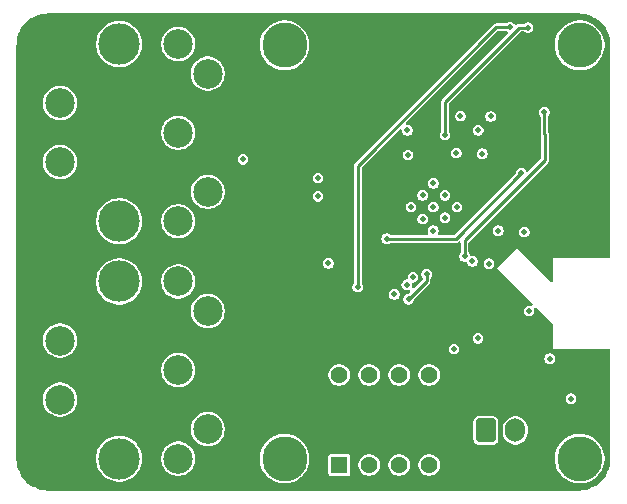
<source format=gbr>
%TF.GenerationSoftware,KiCad,Pcbnew,9.0.0*%
%TF.CreationDate,2025-04-07T16:50:41+02:00*%
%TF.ProjectId,TP_PROJ_S5,54505f50-524f-44a5-9f53-352e6b696361,rev?*%
%TF.SameCoordinates,Original*%
%TF.FileFunction,Copper,L4,Bot*%
%TF.FilePolarity,Positive*%
%FSLAX46Y46*%
G04 Gerber Fmt 4.6, Leading zero omitted, Abs format (unit mm)*
G04 Created by KiCad (PCBNEW 9.0.0) date 2025-04-07 16:50:41*
%MOMM*%
%LPD*%
G01*
G04 APERTURE LIST*
G04 Aperture macros list*
%AMRoundRect*
0 Rectangle with rounded corners*
0 $1 Rounding radius*
0 $2 $3 $4 $5 $6 $7 $8 $9 X,Y pos of 4 corners*
0 Add a 4 corners polygon primitive as box body*
4,1,4,$2,$3,$4,$5,$6,$7,$8,$9,$2,$3,0*
0 Add four circle primitives for the rounded corners*
1,1,$1+$1,$2,$3*
1,1,$1+$1,$4,$5*
1,1,$1+$1,$6,$7*
1,1,$1+$1,$8,$9*
0 Add four rect primitives between the rounded corners*
20,1,$1+$1,$2,$3,$4,$5,0*
20,1,$1+$1,$4,$5,$6,$7,0*
20,1,$1+$1,$6,$7,$8,$9,0*
20,1,$1+$1,$8,$9,$2,$3,0*%
G04 Aperture macros list end*
%TA.AperFunction,ComponentPad*%
%ADD10C,2.500000*%
%TD*%
%TA.AperFunction,ComponentPad*%
%ADD11C,3.500000*%
%TD*%
%TA.AperFunction,ComponentPad*%
%ADD12C,3.800000*%
%TD*%
%TA.AperFunction,ComponentPad*%
%ADD13R,1.438000X1.438000*%
%TD*%
%TA.AperFunction,ComponentPad*%
%ADD14C,1.438000*%
%TD*%
%TA.AperFunction,ComponentPad*%
%ADD15RoundRect,0.250000X-0.600000X-0.750000X0.600000X-0.750000X0.600000X0.750000X-0.600000X0.750000X0*%
%TD*%
%TA.AperFunction,ComponentPad*%
%ADD16O,1.700000X2.000000*%
%TD*%
%TA.AperFunction,ViaPad*%
%ADD17C,0.500000*%
%TD*%
%TA.AperFunction,Conductor*%
%ADD18C,0.250000*%
%TD*%
G04 APERTURE END LIST*
D10*
%TO.P,J4,G*%
%TO.N,N/C*%
X105000000Y-130000000D03*
X105000000Y-125000000D03*
%TO.P,J4,5*%
%TO.N,Net-(D2-A)*%
X117500000Y-122500000D03*
%TO.P,J4,4*%
%TO.N,Net-(J4-Pad4)*%
X117500000Y-132500000D03*
%TO.P,J4,3*%
%TO.N,unconnected-(J4-Pad3)*%
X115000000Y-120000000D03*
%TO.P,J4,2*%
%TO.N,unconnected-(J4-Pad2)*%
X115000000Y-127500000D03*
%TO.P,J4,1*%
%TO.N,unconnected-(J4-Pad1)*%
X115000000Y-135000000D03*
D11*
%TO.P,J4,*%
%TO.N,*%
X110000000Y-135000000D03*
X110000000Y-120000000D03*
%TD*%
%TO.P,J5,*%
%TO.N,*%
X110000000Y-99900000D03*
X110000000Y-114900000D03*
D10*
%TO.P,J5,1*%
%TO.N,unconnected-(J5-Pad1)*%
X115000000Y-114900000D03*
%TO.P,J5,2*%
%TO.N,GND*%
X115000000Y-107400000D03*
%TO.P,J5,3*%
%TO.N,unconnected-(J5-Pad3)*%
X115000000Y-99900000D03*
%TO.P,J5,4*%
%TO.N,Net-(J5-Pad4)*%
X117500000Y-112400000D03*
%TO.P,J5,5*%
%TO.N,Net-(J5-Pad5)*%
X117500000Y-102400000D03*
%TO.P,J5,G*%
%TO.N,N/C*%
X105000000Y-104900000D03*
X105000000Y-109900000D03*
%TD*%
D12*
%TO.P,H4,1,1*%
%TO.N,GND*%
X149000000Y-135000000D03*
%TD*%
%TO.P,H1,1,1*%
%TO.N,GND*%
X124000000Y-100000000D03*
%TD*%
%TO.P,H3,1,1*%
%TO.N,GND*%
X124000000Y-135000000D03*
%TD*%
%TO.P,H2,1,1*%
%TO.N,GND*%
X149000000Y-100000000D03*
%TD*%
D13*
%TO.P,U4,1,NC*%
%TO.N,unconnected-(U4-NC-Pad1)*%
X128640000Y-135540000D03*
D14*
%TO.P,U4,2,C1*%
%TO.N,Net-(D2-K)*%
X131180000Y-135540000D03*
%TO.P,U4,7,VO1*%
%TO.N,unconnected-(U4-VO1-Pad7)*%
X131180000Y-127920000D03*
%TO.P,U4,8,VCC*%
%TO.N,unconnected-(U4-VCC-Pad8)*%
X128640000Y-127920000D03*
%TO.P,U4,3,C2*%
%TO.N,Net-(D2-A)*%
X133720000Y-135540000D03*
%TO.P,U4,4,NC*%
%TO.N,unconnected-(U4-NC-Pad4)*%
X136260000Y-135540000D03*
%TO.P,U4,6,VO2*%
%TO.N,Net-(JP2-A)*%
X133720000Y-127920000D03*
%TO.P,U4,5,GND*%
%TO.N,GND*%
X136260000Y-127920000D03*
%TD*%
D15*
%TO.P,J3,1,Pin_1*%
%TO.N,BATT*%
X141050000Y-132610000D03*
D16*
%TO.P,J3,2,Pin_2*%
%TO.N,GND*%
X143550000Y-132610000D03*
%TD*%
D17*
%TO.N,GND*%
X144700000Y-122500000D03*
%TO.N,+3.3V*%
X120500000Y-109650000D03*
%TO.N,GND*%
X134400000Y-107200000D03*
X134700000Y-113700000D03*
X136600000Y-111700000D03*
X135700000Y-112700000D03*
X135700000Y-114700000D03*
X137600000Y-112700000D03*
X138600000Y-113700000D03*
X137600000Y-114600000D03*
X136600000Y-115700000D03*
X136600000Y-113700000D03*
X141300000Y-118500000D03*
X144300000Y-115800000D03*
X140400000Y-107200000D03*
%TO.N,+3.3V*%
X133300000Y-121100000D03*
X139900000Y-118300000D03*
%TO.N,/stm32/VCP_RX*%
X139250000Y-117880000D03*
X146000000Y-105680000D03*
%TO.N,+3.3V*%
X142100000Y-115705000D03*
%TO.N,/stm32/VCP_TX*%
X137600000Y-107580000D03*
X144623354Y-98500000D03*
%TO.N,/stm32/NRST*%
X143098198Y-98468628D03*
X130200000Y-120480000D03*
%TO.N,+3.3V*%
X138550000Y-109130000D03*
X134450000Y-109280000D03*
X138900000Y-105980000D03*
%TO.N,GND*%
X141450000Y-106030000D03*
X140750000Y-109180000D03*
%TO.N,Net-(U1-PH3)*%
X144050000Y-110830000D03*
X132650000Y-116380000D03*
%TO.N,GND*%
X126850000Y-111230000D03*
%TO.N,+3.3V*%
X126850000Y-112780000D03*
%TO.N,/stm32/TX_MIDI*%
X134500000Y-121500000D03*
X136030729Y-119400000D03*
%TO.N,+3.3V*%
X134879729Y-119630000D03*
%TO.N,GND*%
X134350000Y-120280000D03*
X127710589Y-118469411D03*
%TO.N,+3.3V*%
X138350000Y-125730000D03*
X140370000Y-124810000D03*
%TO.N,GND*%
X148250000Y-129930000D03*
%TO.N,+3.3V*%
X146450000Y-126530000D03*
%TD*%
D18*
%TO.N,/stm32/TX_MIDI*%
X136030729Y-119969271D02*
X134500000Y-121500000D01*
X136030729Y-119400000D02*
X136030729Y-119969271D01*
%TO.N,/stm32/VCP_TX*%
X137600000Y-104780000D02*
X137600000Y-107580000D01*
X143880000Y-98500000D02*
X137600000Y-104780000D01*
X144623354Y-98500000D02*
X143880000Y-98500000D01*
%TO.N,/stm32/NRST*%
X141931372Y-98468628D02*
X130200000Y-110200000D01*
X130200000Y-110200000D02*
X130200000Y-120480000D01*
X143098198Y-98468628D02*
X141931372Y-98468628D01*
%TO.N,Net-(U1-PH3)*%
X132670000Y-116400000D02*
X132650000Y-116380000D01*
X138480000Y-116400000D02*
X132670000Y-116400000D01*
X144050000Y-110830000D02*
X138480000Y-116400000D01*
%TO.N,/stm32/VCP_RX*%
X139250000Y-116530000D02*
X139250000Y-117880000D01*
X146026000Y-109754000D02*
X139250000Y-116530000D01*
X146000000Y-107480000D02*
X146026000Y-107506000D01*
X146000000Y-105680000D02*
X146000000Y-107480000D01*
X146026000Y-107506000D02*
X146026000Y-109754000D01*
%TD*%
%TA.AperFunction,NonConductor*%
G36*
X148903472Y-97300695D02*
G01*
X149195306Y-97317084D01*
X149209103Y-97318638D01*
X149493827Y-97367015D01*
X149507384Y-97370109D01*
X149784899Y-97450060D01*
X149798025Y-97454653D01*
X150064841Y-97565172D01*
X150077355Y-97571198D01*
X150243444Y-97662992D01*
X150330125Y-97710899D01*
X150341899Y-97718297D01*
X150577430Y-97885415D01*
X150588302Y-97894085D01*
X150796567Y-98080202D01*
X150803642Y-98086524D01*
X150813473Y-98096355D01*
X150858637Y-98146894D01*
X151005914Y-98311697D01*
X151014584Y-98322569D01*
X151181702Y-98558100D01*
X151189100Y-98569874D01*
X151328797Y-98822637D01*
X151334830Y-98835165D01*
X151445346Y-99101975D01*
X151449939Y-99115100D01*
X151529890Y-99392615D01*
X151532984Y-99406172D01*
X151581359Y-99690885D01*
X151582916Y-99704703D01*
X151599305Y-99996527D01*
X151599500Y-100003480D01*
X151599500Y-117876000D01*
X151579815Y-117943039D01*
X151527011Y-117988794D01*
X151475500Y-118000000D01*
X146730199Y-118000000D01*
X146730199Y-119930837D01*
X146710514Y-119997876D01*
X146657710Y-120043631D01*
X146588552Y-120053575D01*
X146524996Y-120024550D01*
X146518518Y-120018518D01*
X143700000Y-117200000D01*
X142000000Y-118900000D01*
X144965089Y-121865089D01*
X144998574Y-121926412D01*
X144993590Y-121996104D01*
X144951718Y-122052037D01*
X144886254Y-122076454D01*
X144845315Y-122072545D01*
X144795018Y-122059068D01*
X144759309Y-122049500D01*
X144640691Y-122049500D01*
X144526114Y-122080201D01*
X144526112Y-122080201D01*
X144526112Y-122080202D01*
X144423387Y-122139511D01*
X144423384Y-122139513D01*
X144339513Y-122223384D01*
X144339511Y-122223387D01*
X144280201Y-122326114D01*
X144249500Y-122440691D01*
X144249500Y-122559309D01*
X144280201Y-122673886D01*
X144339511Y-122776613D01*
X144423387Y-122860489D01*
X144526114Y-122919799D01*
X144640691Y-122950500D01*
X144640694Y-122950500D01*
X144759306Y-122950500D01*
X144759309Y-122950500D01*
X144873886Y-122919799D01*
X144976613Y-122860489D01*
X145060489Y-122776613D01*
X145119799Y-122673886D01*
X145150500Y-122559309D01*
X145150500Y-122440691D01*
X145127454Y-122354682D01*
X145129117Y-122284835D01*
X145168279Y-122226972D01*
X145232508Y-122199468D01*
X145301410Y-122211054D01*
X145334910Y-122234910D01*
X146693880Y-123593880D01*
X146727365Y-123655203D01*
X146730199Y-123681561D01*
X146730199Y-125700000D01*
X151475500Y-125700000D01*
X151542539Y-125719685D01*
X151588294Y-125772489D01*
X151599500Y-125824000D01*
X151599500Y-134996519D01*
X151599305Y-135003472D01*
X151582916Y-135295296D01*
X151581359Y-135309114D01*
X151532984Y-135593827D01*
X151529890Y-135607384D01*
X151449939Y-135884899D01*
X151445346Y-135898024D01*
X151334830Y-136164834D01*
X151328797Y-136177362D01*
X151189100Y-136430125D01*
X151181702Y-136441899D01*
X151014584Y-136677430D01*
X151005914Y-136688302D01*
X150813475Y-136903642D01*
X150803642Y-136913475D01*
X150588302Y-137105914D01*
X150577430Y-137114584D01*
X150341899Y-137281702D01*
X150330125Y-137289100D01*
X150077362Y-137428797D01*
X150064834Y-137434830D01*
X149798024Y-137545346D01*
X149784899Y-137549939D01*
X149507384Y-137629890D01*
X149493827Y-137632984D01*
X149209114Y-137681359D01*
X149195296Y-137682916D01*
X148903472Y-137699305D01*
X148896519Y-137699500D01*
X104003481Y-137699500D01*
X103996528Y-137699305D01*
X103704703Y-137682916D01*
X103690885Y-137681359D01*
X103406172Y-137632984D01*
X103392615Y-137629890D01*
X103115100Y-137549939D01*
X103101975Y-137545346D01*
X102835165Y-137434830D01*
X102822637Y-137428797D01*
X102569874Y-137289100D01*
X102558100Y-137281702D01*
X102322569Y-137114584D01*
X102311697Y-137105914D01*
X102137787Y-136950499D01*
X102096355Y-136913473D01*
X102086524Y-136903642D01*
X101949440Y-136750245D01*
X101894085Y-136688302D01*
X101885415Y-136677430D01*
X101718297Y-136441899D01*
X101710899Y-136430125D01*
X101659557Y-136337229D01*
X101571198Y-136177355D01*
X101565172Y-136164841D01*
X101454653Y-135898024D01*
X101450060Y-135884899D01*
X101370109Y-135607384D01*
X101367015Y-135593827D01*
X101342482Y-135449437D01*
X101318638Y-135309103D01*
X101317084Y-135295306D01*
X101300695Y-135003472D01*
X101300500Y-134996519D01*
X101300500Y-134872149D01*
X108049500Y-134872149D01*
X108049500Y-135127850D01*
X108068452Y-135271799D01*
X108082874Y-135381340D01*
X108129888Y-135556799D01*
X108149050Y-135628312D01*
X108149053Y-135628322D01*
X108246894Y-135864531D01*
X108246899Y-135864542D01*
X108374734Y-136085957D01*
X108374745Y-136085973D01*
X108530388Y-136288811D01*
X108530394Y-136288818D01*
X108711181Y-136469605D01*
X108711187Y-136469610D01*
X108914035Y-136625261D01*
X108914042Y-136625265D01*
X109135457Y-136753100D01*
X109135462Y-136753102D01*
X109135465Y-136753104D01*
X109371687Y-136850950D01*
X109618660Y-136917126D01*
X109872157Y-136950500D01*
X109872164Y-136950500D01*
X110127836Y-136950500D01*
X110127843Y-136950500D01*
X110381340Y-136917126D01*
X110628313Y-136850950D01*
X110864535Y-136753104D01*
X111085965Y-136625261D01*
X111288813Y-136469610D01*
X111469610Y-136288813D01*
X111625261Y-136085965D01*
X111753104Y-135864535D01*
X111850950Y-135628313D01*
X111917126Y-135381340D01*
X111950500Y-135127843D01*
X111950500Y-134885837D01*
X113549500Y-134885837D01*
X113549500Y-135114162D01*
X113585215Y-135339660D01*
X113655770Y-135556803D01*
X113759421Y-135760228D01*
X113893621Y-135944937D01*
X114055063Y-136106379D01*
X114239772Y-136240579D01*
X114314683Y-136278748D01*
X114443196Y-136344229D01*
X114443198Y-136344229D01*
X114443201Y-136344231D01*
X114559592Y-136382049D01*
X114660339Y-136414784D01*
X114885838Y-136450500D01*
X114885843Y-136450500D01*
X115114162Y-136450500D01*
X115339660Y-136414784D01*
X115374228Y-136403552D01*
X115556799Y-136344231D01*
X115760228Y-136240579D01*
X115944937Y-136106379D01*
X116106379Y-135944937D01*
X116240579Y-135760228D01*
X116344231Y-135556799D01*
X116414784Y-135339660D01*
X116419622Y-135309114D01*
X116450500Y-135114162D01*
X116450500Y-134885838D01*
X116449205Y-134877661D01*
X116449205Y-134877659D01*
X116446777Y-134862332D01*
X121899500Y-134862332D01*
X121899500Y-135137667D01*
X121899501Y-135137684D01*
X121935438Y-135410655D01*
X121935439Y-135410660D01*
X121935440Y-135410666D01*
X121945828Y-135449434D01*
X122006704Y-135676630D01*
X122112075Y-135931017D01*
X122112080Y-135931028D01*
X122194861Y-136074407D01*
X122249751Y-136169479D01*
X122249753Y-136169482D01*
X122249754Y-136169483D01*
X122417370Y-136387926D01*
X122417376Y-136387933D01*
X122612066Y-136582623D01*
X122612073Y-136582629D01*
X122667633Y-136625261D01*
X122830521Y-136750249D01*
X122983778Y-136838732D01*
X123068971Y-136887919D01*
X123068976Y-136887921D01*
X123068979Y-136887923D01*
X123323368Y-136993295D01*
X123589334Y-137064560D01*
X123862326Y-137100500D01*
X123862333Y-137100500D01*
X124137667Y-137100500D01*
X124137674Y-137100500D01*
X124410666Y-137064560D01*
X124676632Y-136993295D01*
X124931021Y-136887923D01*
X125169479Y-136750249D01*
X125387928Y-136582628D01*
X125582628Y-136387928D01*
X125750249Y-136169479D01*
X125887923Y-135931021D01*
X125993295Y-135676632D01*
X126064560Y-135410666D01*
X126100500Y-135137674D01*
X126100500Y-134862326D01*
X126092459Y-134801247D01*
X127720500Y-134801247D01*
X127720500Y-136278752D01*
X127732131Y-136337229D01*
X127732132Y-136337230D01*
X127776447Y-136403552D01*
X127842769Y-136447867D01*
X127842770Y-136447868D01*
X127901247Y-136459499D01*
X127901250Y-136459500D01*
X127901252Y-136459500D01*
X129378750Y-136459500D01*
X129378751Y-136459499D01*
X129393568Y-136456552D01*
X129437229Y-136447868D01*
X129437229Y-136447867D01*
X129437231Y-136447867D01*
X129503552Y-136403552D01*
X129547867Y-136337231D01*
X129547867Y-136337229D01*
X129547868Y-136337229D01*
X129559499Y-136278752D01*
X129559500Y-136278750D01*
X129559500Y-135449432D01*
X130260500Y-135449432D01*
X130260500Y-135630567D01*
X130295834Y-135808200D01*
X130295837Y-135808212D01*
X130365146Y-135975540D01*
X130365153Y-135975553D01*
X130465777Y-136126146D01*
X130465780Y-136126150D01*
X130593849Y-136254219D01*
X130593853Y-136254222D01*
X130744446Y-136354846D01*
X130744459Y-136354853D01*
X130911787Y-136424162D01*
X130911792Y-136424164D01*
X131089432Y-136459499D01*
X131089435Y-136459500D01*
X131089437Y-136459500D01*
X131270565Y-136459500D01*
X131270566Y-136459499D01*
X131448208Y-136424164D01*
X131615547Y-136354850D01*
X131766147Y-136254222D01*
X131894222Y-136126147D01*
X131994850Y-135975547D01*
X132064164Y-135808208D01*
X132099500Y-135630563D01*
X132099500Y-135449437D01*
X132099500Y-135449434D01*
X132099499Y-135449432D01*
X132800500Y-135449432D01*
X132800500Y-135630567D01*
X132835834Y-135808200D01*
X132835837Y-135808212D01*
X132905146Y-135975540D01*
X132905153Y-135975553D01*
X133005777Y-136126146D01*
X133005780Y-136126150D01*
X133133849Y-136254219D01*
X133133853Y-136254222D01*
X133284446Y-136354846D01*
X133284459Y-136354853D01*
X133451787Y-136424162D01*
X133451792Y-136424164D01*
X133629432Y-136459499D01*
X133629435Y-136459500D01*
X133629437Y-136459500D01*
X133810565Y-136459500D01*
X133810566Y-136459499D01*
X133988208Y-136424164D01*
X134155547Y-136354850D01*
X134306147Y-136254222D01*
X134434222Y-136126147D01*
X134534850Y-135975547D01*
X134604164Y-135808208D01*
X134639500Y-135630563D01*
X134639500Y-135449437D01*
X134639500Y-135449434D01*
X134639499Y-135449432D01*
X135340500Y-135449432D01*
X135340500Y-135630567D01*
X135375834Y-135808200D01*
X135375837Y-135808212D01*
X135445146Y-135975540D01*
X135445153Y-135975553D01*
X135545777Y-136126146D01*
X135545780Y-136126150D01*
X135673849Y-136254219D01*
X135673853Y-136254222D01*
X135824446Y-136354846D01*
X135824459Y-136354853D01*
X135991787Y-136424162D01*
X135991792Y-136424164D01*
X136169432Y-136459499D01*
X136169435Y-136459500D01*
X136169437Y-136459500D01*
X136350565Y-136459500D01*
X136350566Y-136459499D01*
X136528208Y-136424164D01*
X136695547Y-136354850D01*
X136846147Y-136254222D01*
X136974222Y-136126147D01*
X137074850Y-135975547D01*
X137144164Y-135808208D01*
X137179500Y-135630563D01*
X137179500Y-135449437D01*
X137179500Y-135449434D01*
X137179499Y-135449432D01*
X137171786Y-135410655D01*
X137144164Y-135271792D01*
X137144162Y-135271787D01*
X137074853Y-135104459D01*
X137074846Y-135104446D01*
X136974222Y-134953853D01*
X136974219Y-134953849D01*
X136882702Y-134862332D01*
X146899500Y-134862332D01*
X146899500Y-135137667D01*
X146899501Y-135137684D01*
X146935438Y-135410655D01*
X146935439Y-135410660D01*
X146935440Y-135410666D01*
X146945828Y-135449434D01*
X147006704Y-135676630D01*
X147112075Y-135931017D01*
X147112080Y-135931028D01*
X147194861Y-136074407D01*
X147249751Y-136169479D01*
X147249753Y-136169482D01*
X147249754Y-136169483D01*
X147417370Y-136387926D01*
X147417376Y-136387933D01*
X147612066Y-136582623D01*
X147612073Y-136582629D01*
X147667633Y-136625261D01*
X147830521Y-136750249D01*
X147983778Y-136838732D01*
X148068971Y-136887919D01*
X148068976Y-136887921D01*
X148068979Y-136887923D01*
X148323368Y-136993295D01*
X148589334Y-137064560D01*
X148862326Y-137100500D01*
X148862333Y-137100500D01*
X149137667Y-137100500D01*
X149137674Y-137100500D01*
X149410666Y-137064560D01*
X149676632Y-136993295D01*
X149931021Y-136887923D01*
X150169479Y-136750249D01*
X150387928Y-136582628D01*
X150582628Y-136387928D01*
X150750249Y-136169479D01*
X150887923Y-135931021D01*
X150993295Y-135676632D01*
X151064560Y-135410666D01*
X151100500Y-135137674D01*
X151100500Y-134862326D01*
X151064560Y-134589334D01*
X150993295Y-134323368D01*
X150887923Y-134068979D01*
X150887921Y-134068976D01*
X150887919Y-134068971D01*
X150798898Y-133914784D01*
X150750249Y-133830521D01*
X150643146Y-133690941D01*
X150582629Y-133612073D01*
X150582623Y-133612066D01*
X150387933Y-133417376D01*
X150387926Y-133417370D01*
X150169483Y-133249754D01*
X150169482Y-133249753D01*
X150169479Y-133249751D01*
X150074407Y-133194861D01*
X149931028Y-133112080D01*
X149931017Y-133112075D01*
X149676630Y-133006704D01*
X149543649Y-132971072D01*
X149410666Y-132935440D01*
X149410660Y-132935439D01*
X149410655Y-132935438D01*
X149137684Y-132899501D01*
X149137679Y-132899500D01*
X149137674Y-132899500D01*
X148862326Y-132899500D01*
X148862320Y-132899500D01*
X148862315Y-132899501D01*
X148589344Y-132935438D01*
X148589337Y-132935439D01*
X148589334Y-132935440D01*
X148533125Y-132950500D01*
X148323369Y-133006704D01*
X148068982Y-133112075D01*
X148068971Y-133112080D01*
X147846106Y-133240752D01*
X147835470Y-133246894D01*
X147830516Y-133249754D01*
X147612073Y-133417370D01*
X147612066Y-133417376D01*
X147417376Y-133612066D01*
X147417370Y-133612073D01*
X147249754Y-133830516D01*
X147112080Y-134068971D01*
X147112075Y-134068982D01*
X147006704Y-134323369D01*
X146935441Y-134589331D01*
X146935438Y-134589344D01*
X146899501Y-134862315D01*
X146899500Y-134862332D01*
X136882702Y-134862332D01*
X136846150Y-134825780D01*
X136846146Y-134825777D01*
X136695553Y-134725153D01*
X136695540Y-134725146D01*
X136528212Y-134655837D01*
X136528200Y-134655834D01*
X136350566Y-134620500D01*
X136350563Y-134620500D01*
X136169437Y-134620500D01*
X136169434Y-134620500D01*
X135991799Y-134655834D01*
X135991787Y-134655837D01*
X135824459Y-134725146D01*
X135824446Y-134725153D01*
X135673853Y-134825777D01*
X135673849Y-134825780D01*
X135545780Y-134953849D01*
X135545777Y-134953853D01*
X135445153Y-135104446D01*
X135445146Y-135104459D01*
X135375837Y-135271787D01*
X135375834Y-135271799D01*
X135340500Y-135449432D01*
X134639499Y-135449432D01*
X134631786Y-135410655D01*
X134604164Y-135271792D01*
X134604162Y-135271787D01*
X134534853Y-135104459D01*
X134534846Y-135104446D01*
X134434222Y-134953853D01*
X134434219Y-134953849D01*
X134306150Y-134825780D01*
X134306146Y-134825777D01*
X134155553Y-134725153D01*
X134155540Y-134725146D01*
X133988212Y-134655837D01*
X133988200Y-134655834D01*
X133810566Y-134620500D01*
X133810563Y-134620500D01*
X133629437Y-134620500D01*
X133629434Y-134620500D01*
X133451799Y-134655834D01*
X133451787Y-134655837D01*
X133284459Y-134725146D01*
X133284446Y-134725153D01*
X133133853Y-134825777D01*
X133133849Y-134825780D01*
X133005780Y-134953849D01*
X133005777Y-134953853D01*
X132905153Y-135104446D01*
X132905146Y-135104459D01*
X132835837Y-135271787D01*
X132835834Y-135271799D01*
X132800500Y-135449432D01*
X132099499Y-135449432D01*
X132091786Y-135410655D01*
X132064164Y-135271792D01*
X132064162Y-135271787D01*
X131994853Y-135104459D01*
X131994846Y-135104446D01*
X131894222Y-134953853D01*
X131894219Y-134953849D01*
X131766150Y-134825780D01*
X131766146Y-134825777D01*
X131615553Y-134725153D01*
X131615540Y-134725146D01*
X131448212Y-134655837D01*
X131448200Y-134655834D01*
X131270566Y-134620500D01*
X131270563Y-134620500D01*
X131089437Y-134620500D01*
X131089434Y-134620500D01*
X130911799Y-134655834D01*
X130911787Y-134655837D01*
X130744459Y-134725146D01*
X130744446Y-134725153D01*
X130593853Y-134825777D01*
X130593849Y-134825780D01*
X130465780Y-134953849D01*
X130465777Y-134953853D01*
X130365153Y-135104446D01*
X130365146Y-135104459D01*
X130295837Y-135271787D01*
X130295834Y-135271799D01*
X130260500Y-135449432D01*
X129559500Y-135449432D01*
X129559500Y-134801249D01*
X129559499Y-134801247D01*
X129547868Y-134742770D01*
X129547867Y-134742769D01*
X129503552Y-134676447D01*
X129437230Y-134632132D01*
X129437229Y-134632131D01*
X129378752Y-134620500D01*
X129378748Y-134620500D01*
X127901252Y-134620500D01*
X127901247Y-134620500D01*
X127842770Y-134632131D01*
X127842769Y-134632132D01*
X127776447Y-134676447D01*
X127732132Y-134742769D01*
X127732131Y-134742770D01*
X127720500Y-134801247D01*
X126092459Y-134801247D01*
X126064560Y-134589334D01*
X125993295Y-134323368D01*
X125887923Y-134068979D01*
X125887921Y-134068976D01*
X125887919Y-134068971D01*
X125798898Y-133914784D01*
X125750249Y-133830521D01*
X125643146Y-133690941D01*
X125582629Y-133612073D01*
X125582623Y-133612066D01*
X125387933Y-133417376D01*
X125387926Y-133417370D01*
X125169483Y-133249754D01*
X125169482Y-133249753D01*
X125169479Y-133249751D01*
X125074407Y-133194861D01*
X124931028Y-133112080D01*
X124931017Y-133112075D01*
X124676630Y-133006704D01*
X124543649Y-132971072D01*
X124410666Y-132935440D01*
X124410660Y-132935439D01*
X124410655Y-132935438D01*
X124137684Y-132899501D01*
X124137679Y-132899500D01*
X124137674Y-132899500D01*
X123862326Y-132899500D01*
X123862320Y-132899500D01*
X123862315Y-132899501D01*
X123589344Y-132935438D01*
X123589337Y-132935439D01*
X123589334Y-132935440D01*
X123533125Y-132950500D01*
X123323369Y-133006704D01*
X123068982Y-133112075D01*
X123068971Y-133112080D01*
X122846106Y-133240752D01*
X122835470Y-133246894D01*
X122830516Y-133249754D01*
X122612073Y-133417370D01*
X122612066Y-133417376D01*
X122417376Y-133612066D01*
X122417370Y-133612073D01*
X122249754Y-133830516D01*
X122112080Y-134068971D01*
X122112075Y-134068982D01*
X122006704Y-134323369D01*
X121935441Y-134589331D01*
X121935438Y-134589344D01*
X121899501Y-134862315D01*
X121899500Y-134862332D01*
X116446777Y-134862332D01*
X116414784Y-134660339D01*
X116344229Y-134443196D01*
X116240578Y-134239771D01*
X116164789Y-134135457D01*
X116106379Y-134055063D01*
X115944937Y-133893621D01*
X115760228Y-133759421D01*
X115556803Y-133655770D01*
X115339660Y-133585215D01*
X115114162Y-133549500D01*
X115114157Y-133549500D01*
X114885843Y-133549500D01*
X114885838Y-133549500D01*
X114660339Y-133585215D01*
X114443196Y-133655770D01*
X114239771Y-133759421D01*
X114055061Y-133893622D01*
X113893622Y-134055061D01*
X113759421Y-134239771D01*
X113655770Y-134443196D01*
X113585215Y-134660339D01*
X113549500Y-134885837D01*
X111950500Y-134885837D01*
X111950500Y-134872157D01*
X111949206Y-134862332D01*
X111941165Y-134801252D01*
X111917126Y-134618660D01*
X111850950Y-134371687D01*
X111753104Y-134135465D01*
X111753102Y-134135462D01*
X111753100Y-134135457D01*
X111625265Y-133914042D01*
X111625261Y-133914035D01*
X111543626Y-133807646D01*
X111469611Y-133711188D01*
X111469605Y-133711181D01*
X111288818Y-133530394D01*
X111288811Y-133530388D01*
X111085973Y-133374745D01*
X111085971Y-133374743D01*
X111085965Y-133374739D01*
X111085960Y-133374736D01*
X111085957Y-133374734D01*
X110864542Y-133246899D01*
X110864531Y-133246894D01*
X110628322Y-133149053D01*
X110628315Y-133149051D01*
X110628313Y-133149050D01*
X110381340Y-133082874D01*
X110325007Y-133075457D01*
X110127850Y-133049500D01*
X110127843Y-133049500D01*
X109872157Y-133049500D01*
X109872149Y-133049500D01*
X109646826Y-133079165D01*
X109618660Y-133082874D01*
X109371687Y-133149050D01*
X109371677Y-133149053D01*
X109135468Y-133246894D01*
X109135457Y-133246899D01*
X108914042Y-133374734D01*
X108914026Y-133374745D01*
X108711188Y-133530388D01*
X108711181Y-133530394D01*
X108530394Y-133711181D01*
X108530388Y-133711188D01*
X108374745Y-133914026D01*
X108374734Y-133914042D01*
X108246899Y-134135457D01*
X108246894Y-134135468D01*
X108149053Y-134371677D01*
X108149050Y-134371687D01*
X108082874Y-134618660D01*
X108081100Y-134632132D01*
X108049500Y-134872149D01*
X101300500Y-134872149D01*
X101300500Y-132385837D01*
X116049500Y-132385837D01*
X116049500Y-132614162D01*
X116085215Y-132839660D01*
X116155770Y-133056803D01*
X116254083Y-133249751D01*
X116259421Y-133260228D01*
X116393621Y-133444937D01*
X116555063Y-133606379D01*
X116739772Y-133740579D01*
X116835884Y-133789550D01*
X116943196Y-133844229D01*
X116943198Y-133844229D01*
X116943201Y-133844231D01*
X117059592Y-133882049D01*
X117160339Y-133914784D01*
X117385838Y-133950500D01*
X117385843Y-133950500D01*
X117614162Y-133950500D01*
X117839660Y-133914784D01*
X117841993Y-133914026D01*
X118056799Y-133844231D01*
X118260228Y-133740579D01*
X118444937Y-133606379D01*
X118606379Y-133444937D01*
X118740579Y-133260228D01*
X118844231Y-133056799D01*
X118914784Y-132839660D01*
X118950500Y-132614162D01*
X118950500Y-132385837D01*
X118914784Y-132160339D01*
X118850470Y-131962403D01*
X118844231Y-131943201D01*
X118844229Y-131943198D01*
X118844229Y-131943196D01*
X118801395Y-131859130D01*
X118774186Y-131805730D01*
X139999500Y-131805730D01*
X139999500Y-133414269D01*
X140002353Y-133444699D01*
X140002353Y-133444701D01*
X140039025Y-133549500D01*
X140047207Y-133572882D01*
X140127850Y-133682150D01*
X140237118Y-133762793D01*
X140258089Y-133770131D01*
X140365299Y-133807646D01*
X140395730Y-133810500D01*
X140395734Y-133810500D01*
X141704270Y-133810500D01*
X141734699Y-133807646D01*
X141734701Y-133807646D01*
X141798790Y-133785219D01*
X141862882Y-133762793D01*
X141972150Y-133682150D01*
X142052793Y-133572882D01*
X142075219Y-133508790D01*
X142097646Y-133444701D01*
X142097646Y-133444699D01*
X142100500Y-133414269D01*
X142100500Y-132356530D01*
X142499500Y-132356530D01*
X142499500Y-132863469D01*
X142539868Y-133066412D01*
X142539870Y-133066420D01*
X142615808Y-133249751D01*
X142619059Y-133257598D01*
X142676541Y-133343626D01*
X142734024Y-133429657D01*
X142880342Y-133575975D01*
X142880345Y-133575977D01*
X143052402Y-133690941D01*
X143243580Y-133770130D01*
X143432187Y-133807646D01*
X143446530Y-133810499D01*
X143446534Y-133810500D01*
X143446535Y-133810500D01*
X143653466Y-133810500D01*
X143653467Y-133810499D01*
X143856420Y-133770130D01*
X144047598Y-133690941D01*
X144219655Y-133575977D01*
X144365977Y-133429655D01*
X144480941Y-133257598D01*
X144560130Y-133066420D01*
X144600500Y-132863465D01*
X144600500Y-132356535D01*
X144560130Y-132153580D01*
X144480941Y-131962402D01*
X144365977Y-131790345D01*
X144365975Y-131790342D01*
X144219657Y-131644024D01*
X144086513Y-131555061D01*
X144047598Y-131529059D01*
X143856420Y-131449870D01*
X143856412Y-131449868D01*
X143653469Y-131409500D01*
X143653465Y-131409500D01*
X143446535Y-131409500D01*
X143446530Y-131409500D01*
X143243587Y-131449868D01*
X143243579Y-131449870D01*
X143052403Y-131529058D01*
X142880342Y-131644024D01*
X142734024Y-131790342D01*
X142619058Y-131962403D01*
X142539870Y-132153579D01*
X142539868Y-132153587D01*
X142499500Y-132356530D01*
X142100500Y-132356530D01*
X142100500Y-131805730D01*
X142097646Y-131775300D01*
X142097646Y-131775298D01*
X142052793Y-131647119D01*
X142052792Y-131647117D01*
X141972150Y-131537850D01*
X141862882Y-131457207D01*
X141862880Y-131457206D01*
X141734700Y-131412353D01*
X141704270Y-131409500D01*
X141704266Y-131409500D01*
X140395734Y-131409500D01*
X140395730Y-131409500D01*
X140365300Y-131412353D01*
X140365298Y-131412353D01*
X140237119Y-131457206D01*
X140237117Y-131457207D01*
X140127850Y-131537850D01*
X140047207Y-131647117D01*
X140047206Y-131647119D01*
X140002353Y-131775298D01*
X140002353Y-131775300D01*
X139999500Y-131805730D01*
X118774186Y-131805730D01*
X118766347Y-131790345D01*
X118740579Y-131739772D01*
X118606379Y-131555063D01*
X118444937Y-131393621D01*
X118260228Y-131259421D01*
X118056803Y-131155770D01*
X117839660Y-131085215D01*
X117614162Y-131049500D01*
X117614157Y-131049500D01*
X117385843Y-131049500D01*
X117385838Y-131049500D01*
X117160339Y-131085215D01*
X116943196Y-131155770D01*
X116739771Y-131259421D01*
X116555061Y-131393622D01*
X116393622Y-131555061D01*
X116259421Y-131739771D01*
X116155770Y-131943196D01*
X116085215Y-132160339D01*
X116049500Y-132385837D01*
X101300500Y-132385837D01*
X101300500Y-129885837D01*
X103549500Y-129885837D01*
X103549500Y-130114162D01*
X103585215Y-130339660D01*
X103655770Y-130556803D01*
X103759421Y-130760228D01*
X103893621Y-130944937D01*
X104055063Y-131106379D01*
X104239772Y-131240579D01*
X104276752Y-131259421D01*
X104443196Y-131344229D01*
X104443198Y-131344229D01*
X104443201Y-131344231D01*
X104559592Y-131382049D01*
X104660339Y-131414784D01*
X104885838Y-131450500D01*
X104885843Y-131450500D01*
X105114162Y-131450500D01*
X105339660Y-131414784D01*
X105355922Y-131409500D01*
X105556799Y-131344231D01*
X105760228Y-131240579D01*
X105944937Y-131106379D01*
X106106379Y-130944937D01*
X106240579Y-130760228D01*
X106344231Y-130556799D01*
X106414784Y-130339660D01*
X106422572Y-130290488D01*
X106450500Y-130114162D01*
X106450500Y-129885840D01*
X106449886Y-129881964D01*
X106449886Y-129881962D01*
X106448101Y-129870691D01*
X147799500Y-129870691D01*
X147799500Y-129989309D01*
X147830201Y-130103886D01*
X147889511Y-130206613D01*
X147973387Y-130290489D01*
X148076114Y-130349799D01*
X148190691Y-130380500D01*
X148190694Y-130380500D01*
X148309306Y-130380500D01*
X148309309Y-130380500D01*
X148423886Y-130349799D01*
X148526613Y-130290489D01*
X148610489Y-130206613D01*
X148669799Y-130103886D01*
X148700500Y-129989309D01*
X148700500Y-129870691D01*
X148669799Y-129756114D01*
X148610489Y-129653387D01*
X148526613Y-129569511D01*
X148423886Y-129510201D01*
X148309309Y-129479500D01*
X148190691Y-129479500D01*
X148076114Y-129510201D01*
X148076112Y-129510201D01*
X148076112Y-129510202D01*
X147973387Y-129569511D01*
X147973384Y-129569513D01*
X147889513Y-129653384D01*
X147889511Y-129653387D01*
X147830201Y-129756114D01*
X147799500Y-129870691D01*
X106448101Y-129870691D01*
X106414784Y-129660339D01*
X106344229Y-129443196D01*
X106240578Y-129239771D01*
X106106379Y-129055063D01*
X105944937Y-128893621D01*
X105760228Y-128759421D01*
X105556803Y-128655770D01*
X105339660Y-128585215D01*
X105114162Y-128549500D01*
X105114157Y-128549500D01*
X104885843Y-128549500D01*
X104885838Y-128549500D01*
X104660339Y-128585215D01*
X104443196Y-128655770D01*
X104239771Y-128759421D01*
X104055061Y-128893622D01*
X103893622Y-129055061D01*
X103759421Y-129239771D01*
X103655770Y-129443196D01*
X103585215Y-129660339D01*
X103549500Y-129885837D01*
X101300500Y-129885837D01*
X101300500Y-127385837D01*
X113549500Y-127385837D01*
X113549500Y-127614162D01*
X113585215Y-127839660D01*
X113655770Y-128056803D01*
X113722721Y-128188200D01*
X113759421Y-128260228D01*
X113893621Y-128444937D01*
X114055063Y-128606379D01*
X114239772Y-128740579D01*
X114276752Y-128759421D01*
X114443196Y-128844229D01*
X114443198Y-128844229D01*
X114443201Y-128844231D01*
X114559592Y-128882049D01*
X114660339Y-128914784D01*
X114885838Y-128950500D01*
X114885843Y-128950500D01*
X115114162Y-128950500D01*
X115339660Y-128914784D01*
X115556799Y-128844231D01*
X115760228Y-128740579D01*
X115944937Y-128606379D01*
X116106379Y-128444937D01*
X116240579Y-128260228D01*
X116344231Y-128056799D01*
X116414784Y-127839660D01*
X116416404Y-127829432D01*
X127720500Y-127829432D01*
X127720500Y-128010567D01*
X127755834Y-128188200D01*
X127755837Y-128188212D01*
X127825146Y-128355540D01*
X127825153Y-128355553D01*
X127925777Y-128506146D01*
X127925780Y-128506150D01*
X128053849Y-128634219D01*
X128053853Y-128634222D01*
X128204446Y-128734846D01*
X128204459Y-128734853D01*
X128371787Y-128804162D01*
X128371792Y-128804164D01*
X128549432Y-128839499D01*
X128549435Y-128839500D01*
X128549437Y-128839500D01*
X128730565Y-128839500D01*
X128730566Y-128839499D01*
X128908208Y-128804164D01*
X129061716Y-128740579D01*
X129075540Y-128734853D01*
X129075540Y-128734852D01*
X129075547Y-128734850D01*
X129226147Y-128634222D01*
X129354222Y-128506147D01*
X129454850Y-128355547D01*
X129524164Y-128188208D01*
X129559500Y-128010563D01*
X129559500Y-127829437D01*
X129559500Y-127829434D01*
X129559499Y-127829432D01*
X130260500Y-127829432D01*
X130260500Y-128010567D01*
X130295834Y-128188200D01*
X130295837Y-128188212D01*
X130365146Y-128355540D01*
X130365153Y-128355553D01*
X130465777Y-128506146D01*
X130465780Y-128506150D01*
X130593849Y-128634219D01*
X130593853Y-128634222D01*
X130744446Y-128734846D01*
X130744459Y-128734853D01*
X130911787Y-128804162D01*
X130911792Y-128804164D01*
X131089432Y-128839499D01*
X131089435Y-128839500D01*
X131089437Y-128839500D01*
X131270565Y-128839500D01*
X131270566Y-128839499D01*
X131448208Y-128804164D01*
X131601716Y-128740579D01*
X131615540Y-128734853D01*
X131615540Y-128734852D01*
X131615547Y-128734850D01*
X131766147Y-128634222D01*
X131894222Y-128506147D01*
X131994850Y-128355547D01*
X132064164Y-128188208D01*
X132099500Y-128010563D01*
X132099500Y-127829437D01*
X132099500Y-127829434D01*
X132099499Y-127829432D01*
X132800500Y-127829432D01*
X132800500Y-128010567D01*
X132835834Y-128188200D01*
X132835837Y-128188212D01*
X132905146Y-128355540D01*
X132905153Y-128355553D01*
X133005777Y-128506146D01*
X133005780Y-128506150D01*
X133133849Y-128634219D01*
X133133853Y-128634222D01*
X133284446Y-128734846D01*
X133284459Y-128734853D01*
X133451787Y-128804162D01*
X133451792Y-128804164D01*
X133629432Y-128839499D01*
X133629435Y-128839500D01*
X133629437Y-128839500D01*
X133810565Y-128839500D01*
X133810566Y-128839499D01*
X133988208Y-128804164D01*
X134141716Y-128740579D01*
X134155540Y-128734853D01*
X134155540Y-128734852D01*
X134155547Y-128734850D01*
X134306147Y-128634222D01*
X134434222Y-128506147D01*
X134534850Y-128355547D01*
X134604164Y-128188208D01*
X134639500Y-128010563D01*
X134639500Y-127829437D01*
X134639500Y-127829434D01*
X134639499Y-127829432D01*
X135340500Y-127829432D01*
X135340500Y-128010567D01*
X135375834Y-128188200D01*
X135375837Y-128188212D01*
X135445146Y-128355540D01*
X135445153Y-128355553D01*
X135545777Y-128506146D01*
X135545780Y-128506150D01*
X135673849Y-128634219D01*
X135673853Y-128634222D01*
X135824446Y-128734846D01*
X135824459Y-128734853D01*
X135991787Y-128804162D01*
X135991792Y-128804164D01*
X136169432Y-128839499D01*
X136169435Y-128839500D01*
X136169437Y-128839500D01*
X136350565Y-128839500D01*
X136350566Y-128839499D01*
X136528208Y-128804164D01*
X136681716Y-128740579D01*
X136695540Y-128734853D01*
X136695540Y-128734852D01*
X136695547Y-128734850D01*
X136846147Y-128634222D01*
X136974222Y-128506147D01*
X137074850Y-128355547D01*
X137144164Y-128188208D01*
X137179500Y-128010563D01*
X137179500Y-127829437D01*
X137179500Y-127829434D01*
X137179499Y-127829432D01*
X137144165Y-127651799D01*
X137144164Y-127651792D01*
X137128575Y-127614157D01*
X137074853Y-127484459D01*
X137074846Y-127484446D01*
X136974222Y-127333853D01*
X136974219Y-127333849D01*
X136846150Y-127205780D01*
X136846146Y-127205777D01*
X136695553Y-127105153D01*
X136695540Y-127105146D01*
X136528212Y-127035837D01*
X136528200Y-127035834D01*
X136350566Y-127000500D01*
X136350563Y-127000500D01*
X136169437Y-127000500D01*
X136169434Y-127000500D01*
X135991799Y-127035834D01*
X135991787Y-127035837D01*
X135824459Y-127105146D01*
X135824446Y-127105153D01*
X135673853Y-127205777D01*
X135673849Y-127205780D01*
X135545780Y-127333849D01*
X135545777Y-127333853D01*
X135445153Y-127484446D01*
X135445146Y-127484459D01*
X135375837Y-127651787D01*
X135375834Y-127651799D01*
X135340500Y-127829432D01*
X134639499Y-127829432D01*
X134604165Y-127651799D01*
X134604164Y-127651792D01*
X134588575Y-127614157D01*
X134534853Y-127484459D01*
X134534846Y-127484446D01*
X134434222Y-127333853D01*
X134434219Y-127333849D01*
X134306150Y-127205780D01*
X134306146Y-127205777D01*
X134155553Y-127105153D01*
X134155540Y-127105146D01*
X133988212Y-127035837D01*
X133988200Y-127035834D01*
X133810566Y-127000500D01*
X133810563Y-127000500D01*
X133629437Y-127000500D01*
X133629434Y-127000500D01*
X133451799Y-127035834D01*
X133451787Y-127035837D01*
X133284459Y-127105146D01*
X133284446Y-127105153D01*
X133133853Y-127205777D01*
X133133849Y-127205780D01*
X133005780Y-127333849D01*
X133005777Y-127333853D01*
X132905153Y-127484446D01*
X132905146Y-127484459D01*
X132835837Y-127651787D01*
X132835834Y-127651799D01*
X132800500Y-127829432D01*
X132099499Y-127829432D01*
X132064165Y-127651799D01*
X132064164Y-127651792D01*
X132048575Y-127614157D01*
X131994853Y-127484459D01*
X131994846Y-127484446D01*
X131894222Y-127333853D01*
X131894219Y-127333849D01*
X131766150Y-127205780D01*
X131766146Y-127205777D01*
X131615553Y-127105153D01*
X131615540Y-127105146D01*
X131448212Y-127035837D01*
X131448200Y-127035834D01*
X131270566Y-127000500D01*
X131270563Y-127000500D01*
X131089437Y-127000500D01*
X131089434Y-127000500D01*
X130911799Y-127035834D01*
X130911787Y-127035837D01*
X130744459Y-127105146D01*
X130744446Y-127105153D01*
X130593853Y-127205777D01*
X130593849Y-127205780D01*
X130465780Y-127333849D01*
X130465777Y-127333853D01*
X130365153Y-127484446D01*
X130365146Y-127484459D01*
X130295837Y-127651787D01*
X130295834Y-127651799D01*
X130260500Y-127829432D01*
X129559499Y-127829432D01*
X129524165Y-127651799D01*
X129524164Y-127651792D01*
X129508575Y-127614157D01*
X129454853Y-127484459D01*
X129454846Y-127484446D01*
X129354222Y-127333853D01*
X129354219Y-127333849D01*
X129226150Y-127205780D01*
X129226146Y-127205777D01*
X129075553Y-127105153D01*
X129075540Y-127105146D01*
X128908212Y-127035837D01*
X128908200Y-127035834D01*
X128730566Y-127000500D01*
X128730563Y-127000500D01*
X128549437Y-127000500D01*
X128549434Y-127000500D01*
X128371799Y-127035834D01*
X128371787Y-127035837D01*
X128204459Y-127105146D01*
X128204446Y-127105153D01*
X128053853Y-127205777D01*
X128053849Y-127205780D01*
X127925780Y-127333849D01*
X127925777Y-127333853D01*
X127825153Y-127484446D01*
X127825146Y-127484459D01*
X127755837Y-127651787D01*
X127755834Y-127651799D01*
X127720500Y-127829432D01*
X116416404Y-127829432D01*
X116420441Y-127803945D01*
X116450500Y-127614162D01*
X116450500Y-127385837D01*
X116414784Y-127160339D01*
X116374329Y-127035834D01*
X116344231Y-126943201D01*
X116344229Y-126943198D01*
X116344229Y-126943196D01*
X116274636Y-126806613D01*
X116240579Y-126739772D01*
X116106379Y-126555063D01*
X116022007Y-126470691D01*
X145999500Y-126470691D01*
X145999500Y-126589309D01*
X146030201Y-126703886D01*
X146089511Y-126806613D01*
X146173387Y-126890489D01*
X146276114Y-126949799D01*
X146390691Y-126980500D01*
X146390694Y-126980500D01*
X146509306Y-126980500D01*
X146509309Y-126980500D01*
X146623886Y-126949799D01*
X146726613Y-126890489D01*
X146810489Y-126806613D01*
X146869799Y-126703886D01*
X146900500Y-126589309D01*
X146900500Y-126470691D01*
X146869799Y-126356114D01*
X146810489Y-126253387D01*
X146726613Y-126169511D01*
X146623886Y-126110201D01*
X146509309Y-126079500D01*
X146390691Y-126079500D01*
X146276114Y-126110201D01*
X146276112Y-126110201D01*
X146276112Y-126110202D01*
X146173387Y-126169511D01*
X146173384Y-126169513D01*
X146089513Y-126253384D01*
X146089511Y-126253387D01*
X146030201Y-126356114D01*
X145999500Y-126470691D01*
X116022007Y-126470691D01*
X115944937Y-126393621D01*
X115760228Y-126259421D01*
X115748380Y-126253384D01*
X115556803Y-126155770D01*
X115339660Y-126085215D01*
X115114162Y-126049500D01*
X115114157Y-126049500D01*
X114885843Y-126049500D01*
X114885838Y-126049500D01*
X114660339Y-126085215D01*
X114443196Y-126155770D01*
X114239771Y-126259421D01*
X114055061Y-126393622D01*
X113893622Y-126555061D01*
X113759421Y-126739771D01*
X113655770Y-126943196D01*
X113585215Y-127160339D01*
X113549500Y-127385837D01*
X101300500Y-127385837D01*
X101300500Y-124885837D01*
X103549500Y-124885837D01*
X103549500Y-125114162D01*
X103585215Y-125339660D01*
X103655770Y-125556803D01*
X103728733Y-125700000D01*
X103759421Y-125760228D01*
X103893621Y-125944937D01*
X104055063Y-126106379D01*
X104239772Y-126240579D01*
X104276752Y-126259421D01*
X104443196Y-126344229D01*
X104443198Y-126344229D01*
X104443201Y-126344231D01*
X104559592Y-126382049D01*
X104660339Y-126414784D01*
X104885838Y-126450500D01*
X104885843Y-126450500D01*
X105114162Y-126450500D01*
X105339660Y-126414784D01*
X105556799Y-126344231D01*
X105760228Y-126240579D01*
X105944937Y-126106379D01*
X106106379Y-125944937D01*
X106240579Y-125760228D01*
X106286200Y-125670691D01*
X137899500Y-125670691D01*
X137899500Y-125789309D01*
X137930201Y-125903886D01*
X137989511Y-126006613D01*
X138073387Y-126090489D01*
X138176114Y-126149799D01*
X138290691Y-126180500D01*
X138290694Y-126180500D01*
X138409306Y-126180500D01*
X138409309Y-126180500D01*
X138523886Y-126149799D01*
X138626613Y-126090489D01*
X138710489Y-126006613D01*
X138769799Y-125903886D01*
X138800500Y-125789309D01*
X138800500Y-125670691D01*
X138769799Y-125556114D01*
X138710489Y-125453387D01*
X138626613Y-125369511D01*
X138523886Y-125310201D01*
X138409309Y-125279500D01*
X138290691Y-125279500D01*
X138176114Y-125310201D01*
X138176112Y-125310201D01*
X138176112Y-125310202D01*
X138073387Y-125369511D01*
X138073384Y-125369513D01*
X137989513Y-125453384D01*
X137989511Y-125453387D01*
X137930201Y-125556114D01*
X137899500Y-125670691D01*
X106286200Y-125670691D01*
X106344231Y-125556799D01*
X106414784Y-125339660D01*
X106419450Y-125310201D01*
X106450500Y-125114162D01*
X106450500Y-124885837D01*
X106430880Y-124761962D01*
X106429095Y-124750691D01*
X139919500Y-124750691D01*
X139919500Y-124869309D01*
X139950201Y-124983886D01*
X140009511Y-125086613D01*
X140093387Y-125170489D01*
X140196114Y-125229799D01*
X140310691Y-125260500D01*
X140310694Y-125260500D01*
X140429306Y-125260500D01*
X140429309Y-125260500D01*
X140543886Y-125229799D01*
X140646613Y-125170489D01*
X140730489Y-125086613D01*
X140789799Y-124983886D01*
X140820500Y-124869309D01*
X140820500Y-124750691D01*
X140789799Y-124636114D01*
X140730489Y-124533387D01*
X140646613Y-124449511D01*
X140543886Y-124390201D01*
X140429309Y-124359500D01*
X140310691Y-124359500D01*
X140196114Y-124390201D01*
X140196112Y-124390201D01*
X140196112Y-124390202D01*
X140093387Y-124449511D01*
X140093384Y-124449513D01*
X140009513Y-124533384D01*
X140009511Y-124533387D01*
X139950201Y-124636114D01*
X139919500Y-124750691D01*
X106429095Y-124750691D01*
X106414784Y-124660339D01*
X106344229Y-124443196D01*
X106240578Y-124239771D01*
X106106379Y-124055063D01*
X105944937Y-123893621D01*
X105760228Y-123759421D01*
X105556803Y-123655770D01*
X105339660Y-123585215D01*
X105114162Y-123549500D01*
X105114157Y-123549500D01*
X104885843Y-123549500D01*
X104885838Y-123549500D01*
X104660339Y-123585215D01*
X104443196Y-123655770D01*
X104239771Y-123759421D01*
X104055061Y-123893622D01*
X103893622Y-124055061D01*
X103759421Y-124239771D01*
X103655770Y-124443196D01*
X103585215Y-124660339D01*
X103549500Y-124885837D01*
X101300500Y-124885837D01*
X101300500Y-122385837D01*
X116049500Y-122385837D01*
X116049500Y-122614162D01*
X116085215Y-122839660D01*
X116155770Y-123056803D01*
X116259421Y-123260228D01*
X116393621Y-123444937D01*
X116555063Y-123606379D01*
X116739772Y-123740579D01*
X116776752Y-123759421D01*
X116943196Y-123844229D01*
X116943198Y-123844229D01*
X116943201Y-123844231D01*
X117059592Y-123882049D01*
X117160339Y-123914784D01*
X117385838Y-123950500D01*
X117385843Y-123950500D01*
X117614162Y-123950500D01*
X117839660Y-123914784D01*
X118056799Y-123844231D01*
X118260228Y-123740579D01*
X118444937Y-123606379D01*
X118606379Y-123444937D01*
X118740579Y-123260228D01*
X118844231Y-123056799D01*
X118914784Y-122839660D01*
X118950500Y-122614162D01*
X118950500Y-122385837D01*
X118914784Y-122160339D01*
X118861420Y-121996104D01*
X118844231Y-121943201D01*
X118844229Y-121943198D01*
X118844229Y-121943196D01*
X118740578Y-121739771D01*
X118692710Y-121673887D01*
X118606379Y-121555063D01*
X118444937Y-121393621D01*
X118260228Y-121259421D01*
X118056803Y-121155770D01*
X117839660Y-121085215D01*
X117614162Y-121049500D01*
X117614157Y-121049500D01*
X117385843Y-121049500D01*
X117385838Y-121049500D01*
X117160339Y-121085215D01*
X116943196Y-121155770D01*
X116739771Y-121259421D01*
X116555061Y-121393622D01*
X116393622Y-121555061D01*
X116259421Y-121739771D01*
X116155770Y-121943196D01*
X116085215Y-122160339D01*
X116049500Y-122385837D01*
X101300500Y-122385837D01*
X101300500Y-119872149D01*
X108049500Y-119872149D01*
X108049500Y-120127850D01*
X108072970Y-120306110D01*
X108082874Y-120381340D01*
X108129838Y-120556612D01*
X108149050Y-120628312D01*
X108149053Y-120628322D01*
X108246894Y-120864531D01*
X108246899Y-120864542D01*
X108374734Y-121085957D01*
X108374745Y-121085973D01*
X108530388Y-121288811D01*
X108530394Y-121288818D01*
X108711181Y-121469605D01*
X108711187Y-121469610D01*
X108914035Y-121625261D01*
X108914042Y-121625265D01*
X109135457Y-121753100D01*
X109135462Y-121753102D01*
X109135465Y-121753104D01*
X109371687Y-121850950D01*
X109618660Y-121917126D01*
X109872157Y-121950500D01*
X109872164Y-121950500D01*
X110127836Y-121950500D01*
X110127843Y-121950500D01*
X110381340Y-121917126D01*
X110628313Y-121850950D01*
X110864535Y-121753104D01*
X111085965Y-121625261D01*
X111288813Y-121469610D01*
X111469610Y-121288813D01*
X111625261Y-121085965D01*
X111753104Y-120864535D01*
X111850950Y-120628313D01*
X111917126Y-120381340D01*
X111950500Y-120127843D01*
X111950500Y-119885837D01*
X113549500Y-119885837D01*
X113549500Y-120114162D01*
X113585215Y-120339660D01*
X113655770Y-120556803D01*
X113731574Y-120705576D01*
X113759421Y-120760228D01*
X113893621Y-120944937D01*
X114055063Y-121106379D01*
X114239772Y-121240579D01*
X114276752Y-121259421D01*
X114443196Y-121344229D01*
X114443198Y-121344229D01*
X114443201Y-121344231D01*
X114542859Y-121376612D01*
X114660339Y-121414784D01*
X114885838Y-121450500D01*
X114885843Y-121450500D01*
X115114162Y-121450500D01*
X115339660Y-121414784D01*
X115556799Y-121344231D01*
X115760228Y-121240579D01*
X115944937Y-121106379D01*
X116010625Y-121040691D01*
X132849500Y-121040691D01*
X132849500Y-121159309D01*
X132880201Y-121273886D01*
X132939511Y-121376613D01*
X133023387Y-121460489D01*
X133126114Y-121519799D01*
X133240691Y-121550500D01*
X133240694Y-121550500D01*
X133359306Y-121550500D01*
X133359309Y-121550500D01*
X133473886Y-121519799D01*
X133576613Y-121460489D01*
X133660489Y-121376613D01*
X133719799Y-121273886D01*
X133750500Y-121159309D01*
X133750500Y-121040691D01*
X133719799Y-120926114D01*
X133660489Y-120823387D01*
X133576613Y-120739511D01*
X133473886Y-120680201D01*
X133359309Y-120649500D01*
X133240691Y-120649500D01*
X133126114Y-120680201D01*
X133126112Y-120680201D01*
X133126112Y-120680202D01*
X133023387Y-120739511D01*
X133023384Y-120739513D01*
X132939513Y-120823384D01*
X132939511Y-120823387D01*
X132880201Y-120926114D01*
X132849500Y-121040691D01*
X116010625Y-121040691D01*
X116106379Y-120944937D01*
X116240579Y-120760228D01*
X116344231Y-120556799D01*
X116388455Y-120420691D01*
X129749500Y-120420691D01*
X129749500Y-120539309D01*
X129780201Y-120653886D01*
X129839511Y-120756613D01*
X129923387Y-120840489D01*
X130026114Y-120899799D01*
X130140691Y-120930500D01*
X130140694Y-120930500D01*
X130259306Y-120930500D01*
X130259309Y-120930500D01*
X130373886Y-120899799D01*
X130476613Y-120840489D01*
X130560489Y-120756613D01*
X130619799Y-120653886D01*
X130650500Y-120539309D01*
X130650500Y-120420691D01*
X130619799Y-120306114D01*
X130570480Y-120220691D01*
X133899500Y-120220691D01*
X133899500Y-120339309D01*
X133930201Y-120453886D01*
X133989511Y-120556613D01*
X134073387Y-120640489D01*
X134176114Y-120699799D01*
X134290691Y-120730500D01*
X134290694Y-120730500D01*
X134409306Y-120730500D01*
X134409309Y-120730500D01*
X134508532Y-120703913D01*
X134511582Y-120703985D01*
X134514263Y-120702522D01*
X134546282Y-120704811D01*
X134578378Y-120705576D01*
X134580907Y-120707288D01*
X134583955Y-120707506D01*
X134609659Y-120726748D01*
X134636240Y-120744738D01*
X134637442Y-120747545D01*
X134639889Y-120749377D01*
X134651110Y-120779462D01*
X134663745Y-120808966D01*
X134663238Y-120811978D01*
X134664306Y-120814841D01*
X134657483Y-120846203D01*
X134652159Y-120877868D01*
X134649907Y-120881030D01*
X134649454Y-120883114D01*
X134628304Y-120911369D01*
X134526490Y-121013182D01*
X134465170Y-121046666D01*
X134448749Y-121048431D01*
X134448751Y-121048439D01*
X134440694Y-121049499D01*
X134406653Y-121058620D01*
X134326114Y-121080201D01*
X134326112Y-121080201D01*
X134326112Y-121080202D01*
X134223387Y-121139511D01*
X134223384Y-121139513D01*
X134139513Y-121223384D01*
X134139511Y-121223387D01*
X134110355Y-121273887D01*
X134080201Y-121326114D01*
X134049500Y-121440691D01*
X134049500Y-121559309D01*
X134080201Y-121673886D01*
X134139511Y-121776613D01*
X134223387Y-121860489D01*
X134326114Y-121919799D01*
X134440691Y-121950500D01*
X134440694Y-121950500D01*
X134559306Y-121950500D01*
X134559309Y-121950500D01*
X134673886Y-121919799D01*
X134776613Y-121860489D01*
X134860489Y-121776613D01*
X134919799Y-121673886D01*
X134950500Y-121559309D01*
X134950500Y-121559305D01*
X134951561Y-121551249D01*
X134953349Y-121551484D01*
X134970185Y-121494148D01*
X134986814Y-121473511D01*
X136230588Y-120229737D01*
X136230591Y-120229736D01*
X136291194Y-120169133D01*
X136319843Y-120119511D01*
X136334047Y-120094910D01*
X136356230Y-120012124D01*
X136356230Y-119926418D01*
X136356230Y-119918823D01*
X136356229Y-119918805D01*
X136356229Y-119762964D01*
X136375914Y-119695925D01*
X136386277Y-119683064D01*
X136386271Y-119683059D01*
X136391210Y-119676620D01*
X136391218Y-119676613D01*
X136450528Y-119573886D01*
X136481229Y-119459309D01*
X136481229Y-119340691D01*
X136450528Y-119226114D01*
X136391218Y-119123387D01*
X136307342Y-119039511D01*
X136204615Y-118980201D01*
X136090038Y-118949500D01*
X135971420Y-118949500D01*
X135856843Y-118980201D01*
X135856841Y-118980201D01*
X135856841Y-118980202D01*
X135754116Y-119039511D01*
X135754113Y-119039513D01*
X135670242Y-119123384D01*
X135670240Y-119123387D01*
X135610930Y-119226114D01*
X135580229Y-119340691D01*
X135580229Y-119459309D01*
X135610930Y-119573886D01*
X135670240Y-119676613D01*
X135670243Y-119676616D01*
X135675187Y-119683059D01*
X135673755Y-119684157D01*
X135683613Y-119702210D01*
X135700206Y-119728029D01*
X135701097Y-119734229D01*
X135702395Y-119736606D01*
X135705229Y-119762964D01*
X135705229Y-119783082D01*
X135685544Y-119850121D01*
X135668910Y-119870763D01*
X134981369Y-120558303D01*
X134920046Y-120591788D01*
X134850354Y-120586804D01*
X134794421Y-120544932D01*
X134770004Y-120479468D01*
X134773912Y-120438534D01*
X134800500Y-120339309D01*
X134800500Y-120220691D01*
X134800500Y-120212564D01*
X134801767Y-120212564D01*
X134811262Y-120151655D01*
X134857640Y-120099397D01*
X134923438Y-120080500D01*
X134939035Y-120080500D01*
X134939038Y-120080500D01*
X135053615Y-120049799D01*
X135156342Y-119990489D01*
X135240218Y-119906613D01*
X135299528Y-119803886D01*
X135330229Y-119689309D01*
X135330229Y-119570691D01*
X135299528Y-119456114D01*
X135240218Y-119353387D01*
X135156342Y-119269511D01*
X135053615Y-119210201D01*
X134939038Y-119179500D01*
X134820420Y-119179500D01*
X134705843Y-119210201D01*
X134705841Y-119210201D01*
X134705841Y-119210202D01*
X134603116Y-119269511D01*
X134603113Y-119269513D01*
X134519242Y-119353384D01*
X134519240Y-119353387D01*
X134459930Y-119456114D01*
X134429229Y-119570691D01*
X134429229Y-119570693D01*
X134429229Y-119697436D01*
X134427962Y-119697436D01*
X134418467Y-119758345D01*
X134372089Y-119810603D01*
X134306291Y-119829500D01*
X134290691Y-119829500D01*
X134176114Y-119860201D01*
X134176112Y-119860201D01*
X134176112Y-119860202D01*
X134073387Y-119919511D01*
X134073384Y-119919513D01*
X133989513Y-120003384D01*
X133989511Y-120003387D01*
X133930201Y-120106114D01*
X133899500Y-120220691D01*
X130570480Y-120220691D01*
X130560489Y-120203387D01*
X130551752Y-120194650D01*
X130544232Y-120182570D01*
X130538530Y-120162067D01*
X130528334Y-120143394D01*
X130525500Y-120117036D01*
X130525500Y-116320691D01*
X132199500Y-116320691D01*
X132199500Y-116439309D01*
X132230201Y-116553886D01*
X132289511Y-116656613D01*
X132373387Y-116740489D01*
X132476114Y-116799799D01*
X132590691Y-116830500D01*
X132590694Y-116830500D01*
X132709306Y-116830500D01*
X132709309Y-116830500D01*
X132823886Y-116799799D01*
X132923801Y-116742112D01*
X132985800Y-116725500D01*
X138522851Y-116725500D01*
X138522853Y-116725500D01*
X138605639Y-116703318D01*
X138679862Y-116660465D01*
X138712818Y-116627509D01*
X138774140Y-116594023D01*
X138843832Y-116599007D01*
X138899766Y-116640877D01*
X138924184Y-116706341D01*
X138924500Y-116715189D01*
X138924500Y-117517036D01*
X138904815Y-117584075D01*
X138894451Y-117596935D01*
X138894458Y-117596941D01*
X138889511Y-117603387D01*
X138830201Y-117706114D01*
X138799500Y-117820691D01*
X138799500Y-117939309D01*
X138830201Y-118053886D01*
X138889511Y-118156613D01*
X138973387Y-118240489D01*
X139076114Y-118299799D01*
X139190691Y-118330500D01*
X139190694Y-118330500D01*
X139309307Y-118330500D01*
X139309309Y-118330500D01*
X139313130Y-118329476D01*
X139316478Y-118329555D01*
X139317365Y-118329439D01*
X139317383Y-118329577D01*
X139382979Y-118331137D01*
X139440842Y-118370299D01*
X139464999Y-118417155D01*
X139480200Y-118473884D01*
X139480200Y-118473885D01*
X139480201Y-118473886D01*
X139539511Y-118576613D01*
X139623387Y-118660489D01*
X139726114Y-118719799D01*
X139840691Y-118750500D01*
X139840694Y-118750500D01*
X139959306Y-118750500D01*
X139959309Y-118750500D01*
X140073886Y-118719799D01*
X140176613Y-118660489D01*
X140260489Y-118576613D01*
X140319799Y-118473886D01*
X140328694Y-118440691D01*
X140849500Y-118440691D01*
X140849500Y-118559309D01*
X140880201Y-118673886D01*
X140939511Y-118776613D01*
X141023387Y-118860489D01*
X141126114Y-118919799D01*
X141240691Y-118950500D01*
X141240694Y-118950500D01*
X141359306Y-118950500D01*
X141359309Y-118950500D01*
X141473886Y-118919799D01*
X141576613Y-118860489D01*
X141660489Y-118776613D01*
X141719799Y-118673886D01*
X141750500Y-118559309D01*
X141750500Y-118440691D01*
X141719799Y-118326114D01*
X141660489Y-118223387D01*
X141576613Y-118139511D01*
X141473886Y-118080201D01*
X141359309Y-118049500D01*
X141240691Y-118049500D01*
X141126114Y-118080201D01*
X141126112Y-118080201D01*
X141126112Y-118080202D01*
X141023387Y-118139511D01*
X141023384Y-118139513D01*
X140939513Y-118223384D01*
X140939511Y-118223387D01*
X140880201Y-118326114D01*
X140849500Y-118440691D01*
X140328694Y-118440691D01*
X140350500Y-118359309D01*
X140350500Y-118240691D01*
X140319799Y-118126114D01*
X140260489Y-118023387D01*
X140176613Y-117939511D01*
X140073886Y-117880201D01*
X139959309Y-117849500D01*
X139840691Y-117849500D01*
X139840689Y-117849500D01*
X139840683Y-117849501D01*
X139836858Y-117850526D01*
X139833508Y-117850446D01*
X139832635Y-117850561D01*
X139832617Y-117850424D01*
X139767008Y-117848858D01*
X139709149Y-117809691D01*
X139693538Y-117785544D01*
X139688153Y-117774612D01*
X139669799Y-117706114D01*
X139610489Y-117603387D01*
X139597322Y-117590220D01*
X139588264Y-117571831D01*
X139585649Y-117556791D01*
X139578334Y-117543394D01*
X139575500Y-117517036D01*
X139575500Y-116716189D01*
X139595185Y-116649150D01*
X139611819Y-116628508D01*
X140594636Y-115645691D01*
X141649500Y-115645691D01*
X141649500Y-115764309D01*
X141680201Y-115878886D01*
X141739511Y-115981613D01*
X141823387Y-116065489D01*
X141926114Y-116124799D01*
X142040691Y-116155500D01*
X142040694Y-116155500D01*
X142159306Y-116155500D01*
X142159309Y-116155500D01*
X142273886Y-116124799D01*
X142376613Y-116065489D01*
X142460489Y-115981613D01*
X142519799Y-115878886D01*
X142550500Y-115764309D01*
X142550500Y-115740691D01*
X143849500Y-115740691D01*
X143849500Y-115859309D01*
X143880201Y-115973886D01*
X143939511Y-116076613D01*
X144023387Y-116160489D01*
X144126114Y-116219799D01*
X144240691Y-116250500D01*
X144240694Y-116250500D01*
X144359306Y-116250500D01*
X144359309Y-116250500D01*
X144473886Y-116219799D01*
X144576613Y-116160489D01*
X144660489Y-116076613D01*
X144719799Y-115973886D01*
X144750500Y-115859309D01*
X144750500Y-115740691D01*
X144719799Y-115626114D01*
X144660489Y-115523387D01*
X144576613Y-115439511D01*
X144473886Y-115380201D01*
X144359309Y-115349500D01*
X144240691Y-115349500D01*
X144126114Y-115380201D01*
X144126112Y-115380201D01*
X144126112Y-115380202D01*
X144023387Y-115439511D01*
X144023384Y-115439513D01*
X143939513Y-115523384D01*
X143939511Y-115523387D01*
X143880201Y-115626114D01*
X143849500Y-115740691D01*
X142550500Y-115740691D01*
X142550500Y-115645691D01*
X142519799Y-115531114D01*
X142460489Y-115428387D01*
X142376613Y-115344511D01*
X142273886Y-115285201D01*
X142159309Y-115254500D01*
X142040691Y-115254500D01*
X141926114Y-115285201D01*
X141926112Y-115285201D01*
X141926112Y-115285202D01*
X141823387Y-115344511D01*
X141823384Y-115344513D01*
X141739513Y-115428384D01*
X141739511Y-115428387D01*
X141680201Y-115531114D01*
X141649500Y-115645691D01*
X140594636Y-115645691D01*
X140690444Y-115549883D01*
X143481021Y-112759306D01*
X146286465Y-109953862D01*
X146329318Y-109879639D01*
X146351500Y-109796853D01*
X146351500Y-109711147D01*
X146351500Y-107548856D01*
X146351501Y-107548853D01*
X146351501Y-107463148D01*
X146329318Y-107380362D01*
X146328080Y-107378218D01*
X146326448Y-107365091D01*
X146327038Y-107361474D01*
X146325500Y-107349788D01*
X146325500Y-106042964D01*
X146345185Y-105975925D01*
X146355548Y-105963064D01*
X146355542Y-105963059D01*
X146360481Y-105956620D01*
X146360489Y-105956613D01*
X146419799Y-105853886D01*
X146450500Y-105739309D01*
X146450500Y-105620691D01*
X146419799Y-105506114D01*
X146360489Y-105403387D01*
X146276613Y-105319511D01*
X146173886Y-105260201D01*
X146059309Y-105229500D01*
X145940691Y-105229500D01*
X145826114Y-105260201D01*
X145826112Y-105260201D01*
X145826112Y-105260202D01*
X145723387Y-105319511D01*
X145723384Y-105319513D01*
X145639513Y-105403384D01*
X145639511Y-105403387D01*
X145580201Y-105506114D01*
X145549500Y-105620691D01*
X145549500Y-105739309D01*
X145580201Y-105853886D01*
X145639511Y-105956613D01*
X145639514Y-105956616D01*
X145644458Y-105963059D01*
X145643026Y-105964157D01*
X145671666Y-106016606D01*
X145674500Y-106042964D01*
X145674500Y-107437147D01*
X145674500Y-107522853D01*
X145686204Y-107566535D01*
X145696275Y-107604119D01*
X145700500Y-107636212D01*
X145700500Y-109567811D01*
X145680815Y-109634850D01*
X145664181Y-109655492D01*
X144654988Y-110664684D01*
X144593665Y-110698169D01*
X144523973Y-110693185D01*
X144468040Y-110651313D01*
X144459920Y-110639004D01*
X144410489Y-110553387D01*
X144326613Y-110469511D01*
X144223886Y-110410201D01*
X144109309Y-110379500D01*
X143990691Y-110379500D01*
X143876114Y-110410201D01*
X143876112Y-110410201D01*
X143876112Y-110410202D01*
X143773387Y-110469511D01*
X143773384Y-110469513D01*
X143689513Y-110553384D01*
X143689511Y-110553387D01*
X143640080Y-110639004D01*
X143630201Y-110656114D01*
X143608620Y-110736653D01*
X143599499Y-110770694D01*
X143598439Y-110778751D01*
X143596650Y-110778515D01*
X143579815Y-110835850D01*
X143563181Y-110856492D01*
X138381492Y-116038181D01*
X138320169Y-116071666D01*
X138293811Y-116074500D01*
X137118749Y-116074500D01*
X137051710Y-116054815D01*
X137005955Y-116002011D01*
X136996011Y-115932853D01*
X137011362Y-115888499D01*
X137019799Y-115873886D01*
X137050500Y-115759309D01*
X137050500Y-115640691D01*
X137019799Y-115526114D01*
X136960489Y-115423387D01*
X136876613Y-115339511D01*
X136773886Y-115280201D01*
X136659309Y-115249500D01*
X136540691Y-115249500D01*
X136426114Y-115280201D01*
X136426112Y-115280201D01*
X136426112Y-115280202D01*
X136323387Y-115339511D01*
X136323384Y-115339513D01*
X136239513Y-115423384D01*
X136239511Y-115423387D01*
X136180201Y-115526114D01*
X136149500Y-115640691D01*
X136149500Y-115759309D01*
X136180201Y-115873886D01*
X136188638Y-115888499D01*
X136205111Y-115956399D01*
X136182259Y-116022426D01*
X136127338Y-116065617D01*
X136081251Y-116074500D01*
X133032964Y-116074500D01*
X132965925Y-116054815D01*
X132945283Y-116038181D01*
X132926615Y-116019513D01*
X132926613Y-116019511D01*
X132823886Y-115960201D01*
X132709309Y-115929500D01*
X132590691Y-115929500D01*
X132476114Y-115960201D01*
X132476112Y-115960201D01*
X132476112Y-115960202D01*
X132373387Y-116019511D01*
X132373384Y-116019513D01*
X132289513Y-116103384D01*
X132289511Y-116103387D01*
X132256545Y-116160486D01*
X132230201Y-116206114D01*
X132199500Y-116320691D01*
X130525500Y-116320691D01*
X130525500Y-114640691D01*
X135249500Y-114640691D01*
X135249500Y-114759309D01*
X135280201Y-114873886D01*
X135339511Y-114976613D01*
X135423387Y-115060489D01*
X135526114Y-115119799D01*
X135640691Y-115150500D01*
X135640694Y-115150500D01*
X135759306Y-115150500D01*
X135759309Y-115150500D01*
X135873886Y-115119799D01*
X135976613Y-115060489D01*
X136060489Y-114976613D01*
X136119799Y-114873886D01*
X136150500Y-114759309D01*
X136150500Y-114640691D01*
X136123705Y-114540691D01*
X137149500Y-114540691D01*
X137149500Y-114659309D01*
X137180201Y-114773886D01*
X137239511Y-114876613D01*
X137323387Y-114960489D01*
X137426114Y-115019799D01*
X137540691Y-115050500D01*
X137540694Y-115050500D01*
X137659306Y-115050500D01*
X137659309Y-115050500D01*
X137773886Y-115019799D01*
X137876613Y-114960489D01*
X137960489Y-114876613D01*
X138019799Y-114773886D01*
X138050500Y-114659309D01*
X138050500Y-114540691D01*
X138019799Y-114426114D01*
X137960489Y-114323387D01*
X137876613Y-114239511D01*
X137773886Y-114180201D01*
X137659309Y-114149500D01*
X137540691Y-114149500D01*
X137426114Y-114180201D01*
X137426112Y-114180201D01*
X137426112Y-114180202D01*
X137323387Y-114239511D01*
X137323384Y-114239513D01*
X137239513Y-114323384D01*
X137239511Y-114323387D01*
X137180201Y-114426114D01*
X137149500Y-114540691D01*
X136123705Y-114540691D01*
X136119799Y-114526114D01*
X136060489Y-114423387D01*
X135976613Y-114339511D01*
X135873886Y-114280201D01*
X135759309Y-114249500D01*
X135640691Y-114249500D01*
X135526114Y-114280201D01*
X135526112Y-114280201D01*
X135526112Y-114280202D01*
X135423387Y-114339511D01*
X135423384Y-114339513D01*
X135339513Y-114423384D01*
X135339511Y-114423387D01*
X135284505Y-114518660D01*
X135280201Y-114526114D01*
X135249500Y-114640691D01*
X130525500Y-114640691D01*
X130525500Y-113640691D01*
X134249500Y-113640691D01*
X134249500Y-113759309D01*
X134280201Y-113873886D01*
X134339511Y-113976613D01*
X134423387Y-114060489D01*
X134526114Y-114119799D01*
X134640691Y-114150500D01*
X134640694Y-114150500D01*
X134759306Y-114150500D01*
X134759309Y-114150500D01*
X134873886Y-114119799D01*
X134976613Y-114060489D01*
X135060489Y-113976613D01*
X135119799Y-113873886D01*
X135150500Y-113759309D01*
X135150500Y-113640691D01*
X136149500Y-113640691D01*
X136149500Y-113759309D01*
X136180201Y-113873886D01*
X136239511Y-113976613D01*
X136323387Y-114060489D01*
X136426114Y-114119799D01*
X136540691Y-114150500D01*
X136540694Y-114150500D01*
X136659306Y-114150500D01*
X136659309Y-114150500D01*
X136773886Y-114119799D01*
X136876613Y-114060489D01*
X136960489Y-113976613D01*
X137019799Y-113873886D01*
X137050500Y-113759309D01*
X137050500Y-113640691D01*
X138149500Y-113640691D01*
X138149500Y-113759309D01*
X138180201Y-113873886D01*
X138239511Y-113976613D01*
X138323387Y-114060489D01*
X138426114Y-114119799D01*
X138540691Y-114150500D01*
X138540694Y-114150500D01*
X138659306Y-114150500D01*
X138659309Y-114150500D01*
X138773886Y-114119799D01*
X138876613Y-114060489D01*
X138960489Y-113976613D01*
X139019799Y-113873886D01*
X139050500Y-113759309D01*
X139050500Y-113640691D01*
X139019799Y-113526114D01*
X138960489Y-113423387D01*
X138876613Y-113339511D01*
X138773886Y-113280201D01*
X138659309Y-113249500D01*
X138540691Y-113249500D01*
X138426114Y-113280201D01*
X138426112Y-113280201D01*
X138426112Y-113280202D01*
X138323387Y-113339511D01*
X138323384Y-113339513D01*
X138239513Y-113423384D01*
X138239511Y-113423387D01*
X138224435Y-113449500D01*
X138180201Y-113526114D01*
X138149500Y-113640691D01*
X137050500Y-113640691D01*
X137019799Y-113526114D01*
X136960489Y-113423387D01*
X136876613Y-113339511D01*
X136773886Y-113280201D01*
X136659309Y-113249500D01*
X136540691Y-113249500D01*
X136426114Y-113280201D01*
X136426112Y-113280201D01*
X136426112Y-113280202D01*
X136323387Y-113339511D01*
X136323384Y-113339513D01*
X136239513Y-113423384D01*
X136239511Y-113423387D01*
X136224435Y-113449500D01*
X136180201Y-113526114D01*
X136149500Y-113640691D01*
X135150500Y-113640691D01*
X135119799Y-113526114D01*
X135060489Y-113423387D01*
X134976613Y-113339511D01*
X134873886Y-113280201D01*
X134759309Y-113249500D01*
X134640691Y-113249500D01*
X134526114Y-113280201D01*
X134526112Y-113280201D01*
X134526112Y-113280202D01*
X134423387Y-113339511D01*
X134423384Y-113339513D01*
X134339513Y-113423384D01*
X134339511Y-113423387D01*
X134324435Y-113449500D01*
X134280201Y-113526114D01*
X134249500Y-113640691D01*
X130525500Y-113640691D01*
X130525500Y-112640691D01*
X135249500Y-112640691D01*
X135249500Y-112759309D01*
X135280201Y-112873886D01*
X135339511Y-112976613D01*
X135423387Y-113060489D01*
X135526114Y-113119799D01*
X135640691Y-113150500D01*
X135640694Y-113150500D01*
X135759306Y-113150500D01*
X135759309Y-113150500D01*
X135873886Y-113119799D01*
X135976613Y-113060489D01*
X136060489Y-112976613D01*
X136119799Y-112873886D01*
X136150500Y-112759309D01*
X136150500Y-112640691D01*
X137149500Y-112640691D01*
X137149500Y-112759309D01*
X137180201Y-112873886D01*
X137239511Y-112976613D01*
X137323387Y-113060489D01*
X137426114Y-113119799D01*
X137540691Y-113150500D01*
X137540694Y-113150500D01*
X137659306Y-113150500D01*
X137659309Y-113150500D01*
X137773886Y-113119799D01*
X137876613Y-113060489D01*
X137960489Y-112976613D01*
X138019799Y-112873886D01*
X138050500Y-112759309D01*
X138050500Y-112640691D01*
X138019799Y-112526114D01*
X137960489Y-112423387D01*
X137876613Y-112339511D01*
X137773886Y-112280201D01*
X137659309Y-112249500D01*
X137540691Y-112249500D01*
X137426114Y-112280201D01*
X137426112Y-112280201D01*
X137426112Y-112280202D01*
X137323387Y-112339511D01*
X137323384Y-112339513D01*
X137239513Y-112423384D01*
X137239511Y-112423387D01*
X137187102Y-112514162D01*
X137180201Y-112526114D01*
X137149500Y-112640691D01*
X136150500Y-112640691D01*
X136119799Y-112526114D01*
X136060489Y-112423387D01*
X135976613Y-112339511D01*
X135873886Y-112280201D01*
X135759309Y-112249500D01*
X135640691Y-112249500D01*
X135526114Y-112280201D01*
X135526112Y-112280201D01*
X135526112Y-112280202D01*
X135423387Y-112339511D01*
X135423384Y-112339513D01*
X135339513Y-112423384D01*
X135339511Y-112423387D01*
X135287102Y-112514162D01*
X135280201Y-112526114D01*
X135249500Y-112640691D01*
X130525500Y-112640691D01*
X130525500Y-111640691D01*
X136149500Y-111640691D01*
X136149500Y-111759309D01*
X136180201Y-111873886D01*
X136239511Y-111976613D01*
X136323387Y-112060489D01*
X136426114Y-112119799D01*
X136540691Y-112150500D01*
X136540694Y-112150500D01*
X136659306Y-112150500D01*
X136659309Y-112150500D01*
X136773886Y-112119799D01*
X136876613Y-112060489D01*
X136960489Y-111976613D01*
X137019799Y-111873886D01*
X137050500Y-111759309D01*
X137050500Y-111640691D01*
X137019799Y-111526114D01*
X136960489Y-111423387D01*
X136876613Y-111339511D01*
X136773886Y-111280201D01*
X136659309Y-111249500D01*
X136540691Y-111249500D01*
X136426114Y-111280201D01*
X136426112Y-111280201D01*
X136426112Y-111280202D01*
X136323387Y-111339511D01*
X136323384Y-111339513D01*
X136239513Y-111423384D01*
X136239511Y-111423387D01*
X136191461Y-111506612D01*
X136180201Y-111526114D01*
X136149500Y-111640691D01*
X130525500Y-111640691D01*
X130525500Y-110386189D01*
X130545185Y-110319150D01*
X130561819Y-110298508D01*
X131639636Y-109220691D01*
X133999500Y-109220691D01*
X133999500Y-109339309D01*
X134030201Y-109453886D01*
X134089511Y-109556613D01*
X134173387Y-109640489D01*
X134276114Y-109699799D01*
X134390691Y-109730500D01*
X134390694Y-109730500D01*
X134509306Y-109730500D01*
X134509309Y-109730500D01*
X134623886Y-109699799D01*
X134726613Y-109640489D01*
X134810489Y-109556613D01*
X134869799Y-109453886D01*
X134900500Y-109339309D01*
X134900500Y-109220691D01*
X134869799Y-109106114D01*
X134849347Y-109070691D01*
X138099500Y-109070691D01*
X138099500Y-109189309D01*
X138130201Y-109303886D01*
X138189511Y-109406613D01*
X138273387Y-109490489D01*
X138376114Y-109549799D01*
X138490691Y-109580500D01*
X138490694Y-109580500D01*
X138609306Y-109580500D01*
X138609309Y-109580500D01*
X138723886Y-109549799D01*
X138826613Y-109490489D01*
X138910489Y-109406613D01*
X138969799Y-109303886D01*
X139000500Y-109189309D01*
X139000500Y-109120691D01*
X140299500Y-109120691D01*
X140299500Y-109239309D01*
X140330201Y-109353886D01*
X140389511Y-109456613D01*
X140473387Y-109540489D01*
X140576114Y-109599799D01*
X140690691Y-109630500D01*
X140690694Y-109630500D01*
X140809306Y-109630500D01*
X140809309Y-109630500D01*
X140923886Y-109599799D01*
X141026613Y-109540489D01*
X141110489Y-109456613D01*
X141169799Y-109353886D01*
X141200500Y-109239309D01*
X141200500Y-109120691D01*
X141169799Y-109006114D01*
X141110489Y-108903387D01*
X141026613Y-108819511D01*
X140923886Y-108760201D01*
X140809309Y-108729500D01*
X140690691Y-108729500D01*
X140576114Y-108760201D01*
X140576112Y-108760201D01*
X140576112Y-108760202D01*
X140473387Y-108819511D01*
X140473384Y-108819513D01*
X140389513Y-108903384D01*
X140389511Y-108903387D01*
X140359676Y-108955063D01*
X140330201Y-109006114D01*
X140299500Y-109120691D01*
X139000500Y-109120691D01*
X139000500Y-109070691D01*
X138969799Y-108956114D01*
X138910489Y-108853387D01*
X138826613Y-108769511D01*
X138723886Y-108710201D01*
X138609309Y-108679500D01*
X138490691Y-108679500D01*
X138376114Y-108710201D01*
X138376112Y-108710201D01*
X138376112Y-108710202D01*
X138273387Y-108769511D01*
X138273384Y-108769513D01*
X138189513Y-108853384D01*
X138189511Y-108853387D01*
X138130201Y-108956114D01*
X138099500Y-109070691D01*
X134849347Y-109070691D01*
X134810489Y-109003387D01*
X134726613Y-108919511D01*
X134623886Y-108860201D01*
X134509309Y-108829500D01*
X134390691Y-108829500D01*
X134276114Y-108860201D01*
X134276112Y-108860201D01*
X134276112Y-108860202D01*
X134173387Y-108919511D01*
X134173384Y-108919513D01*
X134089513Y-109003384D01*
X134089511Y-109003387D01*
X134050652Y-109070693D01*
X134030201Y-109106114D01*
X133999500Y-109220691D01*
X131639636Y-109220691D01*
X133737819Y-107122508D01*
X133799142Y-107089023D01*
X133868834Y-107094007D01*
X133924767Y-107135879D01*
X133949184Y-107201343D01*
X133949500Y-107210189D01*
X133949500Y-107259309D01*
X133980201Y-107373886D01*
X134039511Y-107476613D01*
X134123387Y-107560489D01*
X134226114Y-107619799D01*
X134340691Y-107650500D01*
X134340694Y-107650500D01*
X134459306Y-107650500D01*
X134459309Y-107650500D01*
X134573886Y-107619799D01*
X134676613Y-107560489D01*
X134760489Y-107476613D01*
X134819799Y-107373886D01*
X134850500Y-107259309D01*
X134850500Y-107140691D01*
X134819799Y-107026114D01*
X134760489Y-106923387D01*
X134676613Y-106839511D01*
X134573886Y-106780201D01*
X134459309Y-106749500D01*
X134410189Y-106749500D01*
X134343150Y-106729815D01*
X134297395Y-106677011D01*
X134287451Y-106607853D01*
X134316476Y-106544297D01*
X134322508Y-106537819D01*
X142029880Y-98830447D01*
X142091203Y-98796962D01*
X142117561Y-98794128D01*
X142735234Y-98794128D01*
X142802273Y-98813813D01*
X142803246Y-98814444D01*
X142813901Y-98821433D01*
X142821585Y-98829117D01*
X142855213Y-98848532D01*
X142858167Y-98850470D01*
X142878599Y-98874500D01*
X142900371Y-98897335D01*
X142901061Y-98900919D01*
X142903426Y-98903700D01*
X142907623Y-98934964D01*
X142913593Y-98965942D01*
X142912236Y-98969330D01*
X142912722Y-98972948D01*
X142899351Y-99001514D01*
X142887625Y-99030807D01*
X142883430Y-99035532D01*
X142883104Y-99036230D01*
X142882440Y-99036647D01*
X142877836Y-99041835D01*
X137339537Y-104580135D01*
X137339533Y-104580141D01*
X137296681Y-104654361D01*
X137296682Y-104654362D01*
X137274500Y-104737147D01*
X137274500Y-107217036D01*
X137254815Y-107284075D01*
X137244451Y-107296935D01*
X137244458Y-107296941D01*
X137239511Y-107303387D01*
X137180201Y-107406114D01*
X137149500Y-107520691D01*
X137149500Y-107639309D01*
X137180201Y-107753886D01*
X137239511Y-107856613D01*
X137323387Y-107940489D01*
X137426114Y-107999799D01*
X137540691Y-108030500D01*
X137540694Y-108030500D01*
X137659306Y-108030500D01*
X137659309Y-108030500D01*
X137773886Y-107999799D01*
X137876613Y-107940489D01*
X137960489Y-107856613D01*
X138019799Y-107753886D01*
X138050500Y-107639309D01*
X138050500Y-107520691D01*
X138019799Y-107406114D01*
X137960489Y-107303387D01*
X137960484Y-107303382D01*
X137955542Y-107296941D01*
X137956973Y-107295842D01*
X137947115Y-107277789D01*
X137930523Y-107251971D01*
X137929631Y-107245770D01*
X137928334Y-107243394D01*
X137925500Y-107217036D01*
X137925500Y-107140691D01*
X139949500Y-107140691D01*
X139949500Y-107259309D01*
X139980201Y-107373886D01*
X140039511Y-107476613D01*
X140123387Y-107560489D01*
X140226114Y-107619799D01*
X140340691Y-107650500D01*
X140340694Y-107650500D01*
X140459306Y-107650500D01*
X140459309Y-107650500D01*
X140573886Y-107619799D01*
X140676613Y-107560489D01*
X140760489Y-107476613D01*
X140819799Y-107373886D01*
X140850500Y-107259309D01*
X140850500Y-107140691D01*
X140819799Y-107026114D01*
X140760489Y-106923387D01*
X140676613Y-106839511D01*
X140573886Y-106780201D01*
X140459309Y-106749500D01*
X140340691Y-106749500D01*
X140226114Y-106780201D01*
X140226112Y-106780201D01*
X140226112Y-106780202D01*
X140123387Y-106839511D01*
X140123384Y-106839513D01*
X140039513Y-106923384D01*
X140039511Y-106923387D01*
X139980201Y-107026114D01*
X139949500Y-107140691D01*
X137925500Y-107140691D01*
X137925500Y-105920691D01*
X138449500Y-105920691D01*
X138449500Y-106039309D01*
X138480201Y-106153886D01*
X138539511Y-106256613D01*
X138623387Y-106340489D01*
X138726114Y-106399799D01*
X138840691Y-106430500D01*
X138840694Y-106430500D01*
X138959306Y-106430500D01*
X138959309Y-106430500D01*
X139073886Y-106399799D01*
X139176613Y-106340489D01*
X139260489Y-106256613D01*
X139319799Y-106153886D01*
X139350500Y-106039309D01*
X139350500Y-105970691D01*
X140999500Y-105970691D01*
X140999500Y-106089309D01*
X141030201Y-106203886D01*
X141089511Y-106306613D01*
X141173387Y-106390489D01*
X141276114Y-106449799D01*
X141390691Y-106480500D01*
X141390694Y-106480500D01*
X141509306Y-106480500D01*
X141509309Y-106480500D01*
X141623886Y-106449799D01*
X141726613Y-106390489D01*
X141810489Y-106306613D01*
X141869799Y-106203886D01*
X141900500Y-106089309D01*
X141900500Y-105970691D01*
X141869799Y-105856114D01*
X141810489Y-105753387D01*
X141726613Y-105669511D01*
X141623886Y-105610201D01*
X141509309Y-105579500D01*
X141390691Y-105579500D01*
X141276114Y-105610201D01*
X141276112Y-105610201D01*
X141276112Y-105610202D01*
X141173387Y-105669511D01*
X141173384Y-105669513D01*
X141089513Y-105753384D01*
X141089511Y-105753387D01*
X141036654Y-105844938D01*
X141030201Y-105856114D01*
X140999500Y-105970691D01*
X139350500Y-105970691D01*
X139350500Y-105920691D01*
X139319799Y-105806114D01*
X139260489Y-105703387D01*
X139176613Y-105619511D01*
X139073886Y-105560201D01*
X138959309Y-105529500D01*
X138840691Y-105529500D01*
X138726114Y-105560201D01*
X138726112Y-105560201D01*
X138726112Y-105560202D01*
X138623387Y-105619511D01*
X138623384Y-105619513D01*
X138539513Y-105703384D01*
X138539511Y-105703387D01*
X138480201Y-105806114D01*
X138449500Y-105920691D01*
X137925500Y-105920691D01*
X137925500Y-104966189D01*
X137945185Y-104899150D01*
X137961819Y-104878508D01*
X142977995Y-99862332D01*
X146899500Y-99862332D01*
X146899500Y-100137667D01*
X146899501Y-100137684D01*
X146935438Y-100410655D01*
X146935439Y-100410660D01*
X146935440Y-100410666D01*
X146966963Y-100528312D01*
X147006704Y-100676630D01*
X147112075Y-100931017D01*
X147112080Y-100931028D01*
X147155585Y-101006379D01*
X147249751Y-101169479D01*
X147249753Y-101169482D01*
X147249754Y-101169483D01*
X147417370Y-101387926D01*
X147417376Y-101387933D01*
X147612066Y-101582623D01*
X147612073Y-101582629D01*
X147703920Y-101653105D01*
X147830521Y-101750249D01*
X147983778Y-101838732D01*
X148068971Y-101887919D01*
X148068976Y-101887921D01*
X148068979Y-101887923D01*
X148323368Y-101993295D01*
X148589334Y-102064560D01*
X148862326Y-102100500D01*
X148862333Y-102100500D01*
X149137667Y-102100500D01*
X149137674Y-102100500D01*
X149410666Y-102064560D01*
X149676632Y-101993295D01*
X149931021Y-101887923D01*
X150169479Y-101750249D01*
X150387928Y-101582628D01*
X150582628Y-101387928D01*
X150750249Y-101169479D01*
X150887923Y-100931021D01*
X150993295Y-100676632D01*
X151064560Y-100410666D01*
X151100500Y-100137674D01*
X151100500Y-99862326D01*
X151064560Y-99589334D01*
X150993295Y-99323368D01*
X150887923Y-99068979D01*
X150887921Y-99068976D01*
X150887919Y-99068971D01*
X150832479Y-98972948D01*
X150750249Y-98830521D01*
X150582628Y-98612072D01*
X150582623Y-98612066D01*
X150387933Y-98417376D01*
X150387926Y-98417370D01*
X150169483Y-98249754D01*
X150169482Y-98249753D01*
X150169479Y-98249751D01*
X150069483Y-98192018D01*
X149931028Y-98112080D01*
X149931017Y-98112075D01*
X149676630Y-98006704D01*
X149543649Y-97971072D01*
X149410666Y-97935440D01*
X149410660Y-97935439D01*
X149410655Y-97935438D01*
X149137684Y-97899501D01*
X149137679Y-97899500D01*
X149137674Y-97899500D01*
X148862326Y-97899500D01*
X148862320Y-97899500D01*
X148862315Y-97899501D01*
X148589344Y-97935438D01*
X148589337Y-97935439D01*
X148589334Y-97935440D01*
X148536861Y-97949500D01*
X148323369Y-98006704D01*
X148068982Y-98112075D01*
X148068971Y-98112080D01*
X147830516Y-98249754D01*
X147612073Y-98417370D01*
X147612066Y-98417376D01*
X147417376Y-98612066D01*
X147417370Y-98612073D01*
X147249754Y-98830516D01*
X147112080Y-99068971D01*
X147112075Y-99068982D01*
X147006704Y-99323369D01*
X146935441Y-99589331D01*
X146935438Y-99589344D01*
X146899501Y-99862315D01*
X146899500Y-99862332D01*
X142977995Y-99862332D01*
X143978508Y-98861819D01*
X144005435Y-98847115D01*
X144031254Y-98830523D01*
X144037454Y-98829631D01*
X144039831Y-98828334D01*
X144066189Y-98825500D01*
X144260390Y-98825500D01*
X144327429Y-98845185D01*
X144340289Y-98855548D01*
X144340295Y-98855542D01*
X144346736Y-98860484D01*
X144346741Y-98860489D01*
X144449468Y-98919799D01*
X144564045Y-98950500D01*
X144564048Y-98950500D01*
X144682660Y-98950500D01*
X144682663Y-98950500D01*
X144797240Y-98919799D01*
X144899967Y-98860489D01*
X144983843Y-98776613D01*
X145043153Y-98673886D01*
X145073854Y-98559309D01*
X145073854Y-98440691D01*
X145043153Y-98326114D01*
X144983843Y-98223387D01*
X144899967Y-98139511D01*
X144797240Y-98080201D01*
X144682663Y-98049500D01*
X144564045Y-98049500D01*
X144449468Y-98080201D01*
X144449466Y-98080201D01*
X144449466Y-98080202D01*
X144346741Y-98139511D01*
X144340295Y-98144458D01*
X144339196Y-98143026D01*
X144286748Y-98171666D01*
X144260390Y-98174500D01*
X143837147Y-98174500D01*
X143754359Y-98196682D01*
X143680138Y-98239535D01*
X143680133Y-98239539D01*
X143671402Y-98248270D01*
X143610078Y-98281753D01*
X143540386Y-98276766D01*
X143484454Y-98234893D01*
X143476337Y-98222586D01*
X143458687Y-98192015D01*
X143374811Y-98108139D01*
X143272084Y-98048829D01*
X143157507Y-98018128D01*
X143038889Y-98018128D01*
X142924312Y-98048829D01*
X142924310Y-98048829D01*
X142924310Y-98048830D01*
X142821585Y-98108139D01*
X142815139Y-98113086D01*
X142814040Y-98111654D01*
X142761592Y-98140294D01*
X142735234Y-98143128D01*
X141888519Y-98143128D01*
X141805734Y-98165310D01*
X141805727Y-98165313D01*
X141751396Y-98196680D01*
X141751397Y-98196681D01*
X141731513Y-98208160D01*
X141731508Y-98208164D01*
X129939537Y-110000135D01*
X129939533Y-110000141D01*
X129896681Y-110074361D01*
X129896682Y-110074362D01*
X129874500Y-110157147D01*
X129874500Y-120117036D01*
X129854815Y-120184075D01*
X129844451Y-120196935D01*
X129844458Y-120196941D01*
X129839511Y-120203387D01*
X129780201Y-120306114D01*
X129749500Y-120420691D01*
X116388455Y-120420691D01*
X116403547Y-120374245D01*
X116403547Y-120374244D01*
X116414783Y-120339664D01*
X116414783Y-120339663D01*
X116414784Y-120339660D01*
X116434914Y-120212564D01*
X116450500Y-120114162D01*
X116450500Y-119885837D01*
X116414784Y-119660339D01*
X116349464Y-119459306D01*
X116344231Y-119443201D01*
X116344229Y-119443198D01*
X116344229Y-119443196D01*
X116289550Y-119335884D01*
X116240579Y-119239772D01*
X116106379Y-119055063D01*
X115944937Y-118893621D01*
X115760228Y-118759421D01*
X115733933Y-118746023D01*
X115556803Y-118655770D01*
X115339660Y-118585215D01*
X115114162Y-118549500D01*
X115114157Y-118549500D01*
X114885843Y-118549500D01*
X114885838Y-118549500D01*
X114660339Y-118585215D01*
X114443196Y-118655770D01*
X114239771Y-118759421D01*
X114055061Y-118893622D01*
X113893622Y-119055061D01*
X113759421Y-119239771D01*
X113655770Y-119443196D01*
X113585215Y-119660339D01*
X113549500Y-119885837D01*
X111950500Y-119885837D01*
X111950500Y-119872157D01*
X111950316Y-119870763D01*
X111932341Y-119734229D01*
X111917126Y-119618660D01*
X111850950Y-119371687D01*
X111753104Y-119135465D01*
X111753102Y-119135462D01*
X111753100Y-119135457D01*
X111633292Y-118927945D01*
X111625261Y-118914035D01*
X111519813Y-118776613D01*
X111469611Y-118711188D01*
X111469605Y-118711181D01*
X111288818Y-118530394D01*
X111288811Y-118530388D01*
X111249666Y-118500351D01*
X111132051Y-118410102D01*
X127260089Y-118410102D01*
X127260089Y-118528720D01*
X127290790Y-118643297D01*
X127350100Y-118746024D01*
X127433976Y-118829900D01*
X127536703Y-118889210D01*
X127651280Y-118919911D01*
X127651283Y-118919911D01*
X127769895Y-118919911D01*
X127769898Y-118919911D01*
X127884475Y-118889210D01*
X127987202Y-118829900D01*
X128071078Y-118746024D01*
X128130388Y-118643297D01*
X128161089Y-118528720D01*
X128161089Y-118410102D01*
X128130388Y-118295525D01*
X128071078Y-118192798D01*
X127987202Y-118108922D01*
X127884475Y-118049612D01*
X127769898Y-118018911D01*
X127651280Y-118018911D01*
X127536703Y-118049612D01*
X127536701Y-118049612D01*
X127536701Y-118049613D01*
X127433976Y-118108922D01*
X127433973Y-118108924D01*
X127350102Y-118192795D01*
X127350100Y-118192798D01*
X127322448Y-118240693D01*
X127290790Y-118295525D01*
X127260089Y-118410102D01*
X111132051Y-118410102D01*
X111085973Y-118374745D01*
X111085971Y-118374743D01*
X111085965Y-118374739D01*
X111085960Y-118374736D01*
X111085957Y-118374734D01*
X110864542Y-118246899D01*
X110864531Y-118246894D01*
X110628322Y-118149053D01*
X110628315Y-118149051D01*
X110628313Y-118149050D01*
X110381340Y-118082874D01*
X110325007Y-118075457D01*
X110127850Y-118049500D01*
X110127843Y-118049500D01*
X109872157Y-118049500D01*
X109872149Y-118049500D01*
X109646826Y-118079165D01*
X109618660Y-118082874D01*
X109521440Y-118108924D01*
X109371687Y-118149050D01*
X109371677Y-118149053D01*
X109135468Y-118246894D01*
X109135457Y-118246899D01*
X108914042Y-118374734D01*
X108914026Y-118374745D01*
X108711188Y-118530388D01*
X108711181Y-118530394D01*
X108530394Y-118711181D01*
X108530388Y-118711188D01*
X108374745Y-118914026D01*
X108374734Y-118914042D01*
X108246899Y-119135457D01*
X108246894Y-119135468D01*
X108149053Y-119371677D01*
X108149050Y-119371687D01*
X108126429Y-119456112D01*
X108082874Y-119618661D01*
X108049500Y-119872149D01*
X101300500Y-119872149D01*
X101300500Y-114772149D01*
X108049500Y-114772149D01*
X108049500Y-115027850D01*
X108061606Y-115119797D01*
X108082874Y-115281340D01*
X108148461Y-115526114D01*
X108149050Y-115528312D01*
X108149053Y-115528322D01*
X108246894Y-115764531D01*
X108246899Y-115764542D01*
X108374734Y-115985957D01*
X108374745Y-115985973D01*
X108530388Y-116188811D01*
X108530394Y-116188818D01*
X108711181Y-116369605D01*
X108711188Y-116369611D01*
X108802016Y-116439306D01*
X108914035Y-116525261D01*
X108914042Y-116525265D01*
X109135457Y-116653100D01*
X109135462Y-116653102D01*
X109135465Y-116653104D01*
X109163767Y-116664827D01*
X109350352Y-116742113D01*
X109371687Y-116750950D01*
X109618660Y-116817126D01*
X109872157Y-116850500D01*
X109872164Y-116850500D01*
X110127836Y-116850500D01*
X110127843Y-116850500D01*
X110381340Y-116817126D01*
X110628313Y-116750950D01*
X110864535Y-116653104D01*
X111085965Y-116525261D01*
X111288813Y-116369610D01*
X111469610Y-116188813D01*
X111625261Y-115985965D01*
X111753104Y-115764535D01*
X111850950Y-115528313D01*
X111917126Y-115281340D01*
X111950500Y-115027843D01*
X111950500Y-114785837D01*
X113549500Y-114785837D01*
X113549500Y-115014162D01*
X113585215Y-115239660D01*
X113655770Y-115456803D01*
X113742038Y-115626112D01*
X113759421Y-115660228D01*
X113893621Y-115844937D01*
X114055063Y-116006379D01*
X114239772Y-116140579D01*
X114278842Y-116160486D01*
X114443196Y-116244229D01*
X114443198Y-116244229D01*
X114443201Y-116244231D01*
X114559592Y-116282049D01*
X114660339Y-116314784D01*
X114885838Y-116350500D01*
X114885843Y-116350500D01*
X115114162Y-116350500D01*
X115339660Y-116314784D01*
X115556799Y-116244231D01*
X115760228Y-116140579D01*
X115944937Y-116006379D01*
X116106379Y-115844937D01*
X116240579Y-115660228D01*
X116344231Y-115456799D01*
X116414784Y-115239660D01*
X116450500Y-115014162D01*
X116450500Y-114785837D01*
X116414784Y-114560339D01*
X116371171Y-114426114D01*
X116344231Y-114343201D01*
X116344229Y-114343198D01*
X116344229Y-114343196D01*
X116261179Y-114180202D01*
X116240579Y-114139772D01*
X116106379Y-113955063D01*
X115944937Y-113793621D01*
X115760228Y-113659421D01*
X115556803Y-113555770D01*
X115339660Y-113485215D01*
X115114162Y-113449500D01*
X115114157Y-113449500D01*
X114885843Y-113449500D01*
X114885838Y-113449500D01*
X114660339Y-113485215D01*
X114443196Y-113555770D01*
X114239771Y-113659421D01*
X114055061Y-113793622D01*
X113893622Y-113955061D01*
X113759421Y-114139771D01*
X113655770Y-114343196D01*
X113585215Y-114560339D01*
X113549500Y-114785837D01*
X111950500Y-114785837D01*
X111950500Y-114772157D01*
X111917126Y-114518660D01*
X111850950Y-114271687D01*
X111753104Y-114035465D01*
X111753102Y-114035462D01*
X111753100Y-114035457D01*
X111625265Y-113814042D01*
X111625261Y-113814035D01*
X111469610Y-113611187D01*
X111469605Y-113611181D01*
X111288818Y-113430394D01*
X111288811Y-113430388D01*
X111085973Y-113274745D01*
X111085971Y-113274743D01*
X111085965Y-113274739D01*
X111085960Y-113274736D01*
X111085957Y-113274734D01*
X110864542Y-113146899D01*
X110864531Y-113146894D01*
X110628322Y-113049053D01*
X110628315Y-113049051D01*
X110628313Y-113049050D01*
X110381340Y-112982874D01*
X110325007Y-112975457D01*
X110127850Y-112949500D01*
X110127843Y-112949500D01*
X109872157Y-112949500D01*
X109872149Y-112949500D01*
X109646826Y-112979165D01*
X109618660Y-112982874D01*
X109371687Y-113049050D01*
X109371677Y-113049053D01*
X109135468Y-113146894D01*
X109135457Y-113146899D01*
X108914042Y-113274734D01*
X108914026Y-113274745D01*
X108711188Y-113430388D01*
X108711181Y-113430394D01*
X108530394Y-113611181D01*
X108530388Y-113611188D01*
X108374745Y-113814026D01*
X108374734Y-113814042D01*
X108246899Y-114035457D01*
X108246894Y-114035468D01*
X108149053Y-114271677D01*
X108149050Y-114271687D01*
X108082874Y-114518661D01*
X108049500Y-114772149D01*
X101300500Y-114772149D01*
X101300500Y-112285837D01*
X116049500Y-112285837D01*
X116049500Y-112514162D01*
X116085215Y-112739660D01*
X116155770Y-112956803D01*
X116254464Y-113150500D01*
X116259421Y-113160228D01*
X116393621Y-113344937D01*
X116555063Y-113506379D01*
X116739772Y-113640579D01*
X116776752Y-113659421D01*
X116943196Y-113744229D01*
X116943198Y-113744229D01*
X116943201Y-113744231D01*
X117059592Y-113782049D01*
X117160339Y-113814784D01*
X117385838Y-113850500D01*
X117385843Y-113850500D01*
X117614162Y-113850500D01*
X117839660Y-113814784D01*
X117841993Y-113814026D01*
X118056799Y-113744231D01*
X118260228Y-113640579D01*
X118444937Y-113506379D01*
X118606379Y-113344937D01*
X118740579Y-113160228D01*
X118844231Y-112956799D01*
X118914784Y-112739660D01*
X118917788Y-112720691D01*
X126399500Y-112720691D01*
X126399500Y-112839309D01*
X126430201Y-112953886D01*
X126489511Y-113056613D01*
X126573387Y-113140489D01*
X126676114Y-113199799D01*
X126790691Y-113230500D01*
X126790694Y-113230500D01*
X126909306Y-113230500D01*
X126909309Y-113230500D01*
X127023886Y-113199799D01*
X127126613Y-113140489D01*
X127210489Y-113056613D01*
X127269799Y-112953886D01*
X127300500Y-112839309D01*
X127300500Y-112720691D01*
X127269799Y-112606114D01*
X127210489Y-112503387D01*
X127126613Y-112419511D01*
X127023886Y-112360201D01*
X126909309Y-112329500D01*
X126790691Y-112329500D01*
X126676114Y-112360201D01*
X126676112Y-112360201D01*
X126676112Y-112360202D01*
X126573387Y-112419511D01*
X126573384Y-112419513D01*
X126489513Y-112503384D01*
X126489511Y-112503387D01*
X126430201Y-112606114D01*
X126399500Y-112720691D01*
X118917788Y-112720691D01*
X118935936Y-112606112D01*
X118950500Y-112514162D01*
X118950500Y-112285837D01*
X118914784Y-112060339D01*
X118882049Y-111959592D01*
X118844231Y-111843201D01*
X118844229Y-111843198D01*
X118844229Y-111843196D01*
X118740578Y-111639771D01*
X118606379Y-111455063D01*
X118444937Y-111293621D01*
X118275740Y-111170691D01*
X126399500Y-111170691D01*
X126399500Y-111289309D01*
X126430201Y-111403886D01*
X126489511Y-111506613D01*
X126573387Y-111590489D01*
X126676114Y-111649799D01*
X126790691Y-111680500D01*
X126790694Y-111680500D01*
X126909306Y-111680500D01*
X126909309Y-111680500D01*
X127023886Y-111649799D01*
X127126613Y-111590489D01*
X127210489Y-111506613D01*
X127269799Y-111403886D01*
X127300500Y-111289309D01*
X127300500Y-111170691D01*
X127269799Y-111056114D01*
X127210489Y-110953387D01*
X127126613Y-110869511D01*
X127023886Y-110810201D01*
X126909309Y-110779500D01*
X126790691Y-110779500D01*
X126676114Y-110810201D01*
X126676112Y-110810201D01*
X126676112Y-110810202D01*
X126573387Y-110869511D01*
X126573384Y-110869513D01*
X126489513Y-110953384D01*
X126489511Y-110953387D01*
X126430400Y-111055770D01*
X126430201Y-111056114D01*
X126399500Y-111170691D01*
X118275740Y-111170691D01*
X118260228Y-111159421D01*
X118056803Y-111055770D01*
X117839660Y-110985215D01*
X117614162Y-110949500D01*
X117614157Y-110949500D01*
X117385843Y-110949500D01*
X117385838Y-110949500D01*
X117160339Y-110985215D01*
X116943196Y-111055770D01*
X116739771Y-111159421D01*
X116555061Y-111293622D01*
X116393622Y-111455061D01*
X116259421Y-111639771D01*
X116155770Y-111843196D01*
X116085215Y-112060339D01*
X116049500Y-112285837D01*
X101300500Y-112285837D01*
X101300500Y-109785837D01*
X103549500Y-109785837D01*
X103549500Y-110014162D01*
X103585215Y-110239660D01*
X103655770Y-110456803D01*
X103748607Y-110639004D01*
X103759421Y-110660228D01*
X103893621Y-110844937D01*
X104055063Y-111006379D01*
X104239772Y-111140579D01*
X104335884Y-111189550D01*
X104443196Y-111244229D01*
X104443198Y-111244229D01*
X104443201Y-111244231D01*
X104500603Y-111262882D01*
X104660339Y-111314784D01*
X104885838Y-111350500D01*
X104885843Y-111350500D01*
X105114162Y-111350500D01*
X105339660Y-111314784D01*
X105556799Y-111244231D01*
X105760228Y-111140579D01*
X105944937Y-111006379D01*
X106106379Y-110844937D01*
X106240579Y-110660228D01*
X106344231Y-110456799D01*
X106414784Y-110239660D01*
X106440965Y-110074361D01*
X106450500Y-110014162D01*
X106450500Y-109785837D01*
X106421377Y-109601962D01*
X106419592Y-109590691D01*
X120049500Y-109590691D01*
X120049500Y-109709309D01*
X120080201Y-109823886D01*
X120139511Y-109926613D01*
X120223387Y-110010489D01*
X120326114Y-110069799D01*
X120440691Y-110100500D01*
X120440694Y-110100500D01*
X120559306Y-110100500D01*
X120559309Y-110100500D01*
X120673886Y-110069799D01*
X120776613Y-110010489D01*
X120860489Y-109926613D01*
X120919799Y-109823886D01*
X120950500Y-109709309D01*
X120950500Y-109590691D01*
X120919799Y-109476114D01*
X120860489Y-109373387D01*
X120776613Y-109289511D01*
X120673886Y-109230201D01*
X120559309Y-109199500D01*
X120440691Y-109199500D01*
X120326114Y-109230201D01*
X120326112Y-109230201D01*
X120326112Y-109230202D01*
X120223387Y-109289511D01*
X120223384Y-109289513D01*
X120139513Y-109373384D01*
X120139511Y-109373387D01*
X120091461Y-109456612D01*
X120080201Y-109476114D01*
X120049500Y-109590691D01*
X106419592Y-109590691D01*
X106415967Y-109567811D01*
X106414784Y-109560340D01*
X106344231Y-109343201D01*
X106344229Y-109343198D01*
X106344229Y-109343196D01*
X106240578Y-109139771D01*
X106226717Y-109120693D01*
X106106379Y-108955063D01*
X105944937Y-108793621D01*
X105760228Y-108659421D01*
X105556803Y-108555770D01*
X105339660Y-108485215D01*
X105114162Y-108449500D01*
X105114157Y-108449500D01*
X104885843Y-108449500D01*
X104885838Y-108449500D01*
X104660339Y-108485215D01*
X104443196Y-108555770D01*
X104239771Y-108659421D01*
X104055061Y-108793622D01*
X103893622Y-108955061D01*
X103759421Y-109139771D01*
X103655770Y-109343196D01*
X103585215Y-109560339D01*
X103549500Y-109785837D01*
X101300500Y-109785837D01*
X101300500Y-107285837D01*
X113549500Y-107285837D01*
X113549500Y-107514162D01*
X113585215Y-107739660D01*
X113655770Y-107956803D01*
X113693321Y-108030500D01*
X113759421Y-108160228D01*
X113893621Y-108344937D01*
X114055063Y-108506379D01*
X114239772Y-108640579D01*
X114276752Y-108659421D01*
X114443196Y-108744229D01*
X114443198Y-108744229D01*
X114443201Y-108744231D01*
X114492355Y-108760202D01*
X114660339Y-108814784D01*
X114885838Y-108850500D01*
X114885843Y-108850500D01*
X115114162Y-108850500D01*
X115339660Y-108814784D01*
X115556799Y-108744231D01*
X115760228Y-108640579D01*
X115944937Y-108506379D01*
X116106379Y-108344937D01*
X116240579Y-108160228D01*
X116344231Y-107956799D01*
X116414784Y-107739660D01*
X116450500Y-107514162D01*
X116450500Y-107285837D01*
X116414784Y-107060339D01*
X116344229Y-106843196D01*
X116240578Y-106639771D01*
X116217388Y-106607853D01*
X116106379Y-106455063D01*
X115944937Y-106293621D01*
X115760228Y-106159421D01*
X115749365Y-106153886D01*
X115556803Y-106055770D01*
X115339660Y-105985215D01*
X115114162Y-105949500D01*
X115114157Y-105949500D01*
X114885843Y-105949500D01*
X114885838Y-105949500D01*
X114660339Y-105985215D01*
X114443196Y-106055770D01*
X114239771Y-106159421D01*
X114055061Y-106293622D01*
X113893622Y-106455061D01*
X113759421Y-106639771D01*
X113655770Y-106843196D01*
X113585215Y-107060339D01*
X113549500Y-107285837D01*
X101300500Y-107285837D01*
X101300500Y-104785837D01*
X103549500Y-104785837D01*
X103549500Y-105014162D01*
X103585215Y-105239660D01*
X103655770Y-105456803D01*
X103738676Y-105619513D01*
X103759421Y-105660228D01*
X103893621Y-105844937D01*
X104055063Y-106006379D01*
X104239772Y-106140579D01*
X104276752Y-106159421D01*
X104443196Y-106244229D01*
X104443198Y-106244229D01*
X104443201Y-106244231D01*
X104559592Y-106282049D01*
X104660339Y-106314784D01*
X104885838Y-106350500D01*
X104885843Y-106350500D01*
X105114162Y-106350500D01*
X105339660Y-106314784D01*
X105556799Y-106244231D01*
X105760228Y-106140579D01*
X105944937Y-106006379D01*
X106106379Y-105844937D01*
X106240579Y-105660228D01*
X106344231Y-105456799D01*
X106414784Y-105239660D01*
X106416393Y-105229500D01*
X106450500Y-105014162D01*
X106450500Y-104785837D01*
X106414784Y-104560339D01*
X106344229Y-104343196D01*
X106240578Y-104139771D01*
X106106379Y-103955063D01*
X105944937Y-103793621D01*
X105760228Y-103659421D01*
X105556803Y-103555770D01*
X105339660Y-103485215D01*
X105114162Y-103449500D01*
X105114157Y-103449500D01*
X104885843Y-103449500D01*
X104885838Y-103449500D01*
X104660339Y-103485215D01*
X104443196Y-103555770D01*
X104239771Y-103659421D01*
X104055061Y-103793622D01*
X103893622Y-103955061D01*
X103759421Y-104139771D01*
X103655770Y-104343196D01*
X103585215Y-104560339D01*
X103549500Y-104785837D01*
X101300500Y-104785837D01*
X101300500Y-102285837D01*
X116049500Y-102285837D01*
X116049500Y-102514162D01*
X116085215Y-102739660D01*
X116155770Y-102956803D01*
X116259421Y-103160228D01*
X116393621Y-103344937D01*
X116555063Y-103506379D01*
X116739772Y-103640579D01*
X116776752Y-103659421D01*
X116943196Y-103744229D01*
X116943198Y-103744229D01*
X116943201Y-103744231D01*
X117059592Y-103782049D01*
X117160339Y-103814784D01*
X117385838Y-103850500D01*
X117385843Y-103850500D01*
X117614162Y-103850500D01*
X117839660Y-103814784D01*
X118056799Y-103744231D01*
X118260228Y-103640579D01*
X118444937Y-103506379D01*
X118606379Y-103344937D01*
X118740579Y-103160228D01*
X118844231Y-102956799D01*
X118914784Y-102739660D01*
X118950500Y-102514162D01*
X118950500Y-102285837D01*
X118914784Y-102060339D01*
X118858761Y-101887919D01*
X118844231Y-101843201D01*
X118844229Y-101843198D01*
X118844229Y-101843196D01*
X118740578Y-101639771D01*
X118606379Y-101455063D01*
X118444937Y-101293621D01*
X118260228Y-101159421D01*
X118056803Y-101055770D01*
X117839660Y-100985215D01*
X117614162Y-100949500D01*
X117614157Y-100949500D01*
X117385843Y-100949500D01*
X117385838Y-100949500D01*
X117160339Y-100985215D01*
X116943196Y-101055770D01*
X116739771Y-101159421D01*
X116555061Y-101293622D01*
X116393622Y-101455061D01*
X116259421Y-101639771D01*
X116155770Y-101843196D01*
X116085215Y-102060339D01*
X116049500Y-102285837D01*
X101300500Y-102285837D01*
X101300500Y-100003480D01*
X101300695Y-99996528D01*
X101308231Y-99862332D01*
X101313296Y-99772149D01*
X108049500Y-99772149D01*
X108049500Y-100027850D01*
X108063961Y-100137684D01*
X108082874Y-100281340D01*
X108129888Y-100456799D01*
X108149050Y-100528312D01*
X108149053Y-100528322D01*
X108246894Y-100764531D01*
X108246899Y-100764542D01*
X108374734Y-100985957D01*
X108374745Y-100985973D01*
X108530388Y-101188811D01*
X108530394Y-101188818D01*
X108711181Y-101369605D01*
X108711187Y-101369610D01*
X108914035Y-101525261D01*
X108914042Y-101525265D01*
X109135457Y-101653100D01*
X109135462Y-101653102D01*
X109135465Y-101653104D01*
X109284426Y-101714805D01*
X109369994Y-101750249D01*
X109371687Y-101750950D01*
X109618660Y-101817126D01*
X109872157Y-101850500D01*
X109872164Y-101850500D01*
X110127836Y-101850500D01*
X110127843Y-101850500D01*
X110381340Y-101817126D01*
X110628313Y-101750950D01*
X110864535Y-101653104D01*
X111085965Y-101525261D01*
X111288813Y-101369610D01*
X111469610Y-101188813D01*
X111625261Y-100985965D01*
X111753104Y-100764535D01*
X111850950Y-100528313D01*
X111917126Y-100281340D01*
X111950500Y-100027843D01*
X111950500Y-99785837D01*
X113549500Y-99785837D01*
X113549500Y-100014162D01*
X113585215Y-100239660D01*
X113655770Y-100456803D01*
X113759421Y-100660228D01*
X113893621Y-100844937D01*
X114055063Y-101006379D01*
X114239772Y-101140579D01*
X114334433Y-101188811D01*
X114443196Y-101244229D01*
X114443198Y-101244229D01*
X114443201Y-101244231D01*
X114559592Y-101282049D01*
X114660339Y-101314784D01*
X114885838Y-101350500D01*
X114885843Y-101350500D01*
X115114162Y-101350500D01*
X115339660Y-101314784D01*
X115556799Y-101244231D01*
X115760228Y-101140579D01*
X115944937Y-101006379D01*
X116106379Y-100844937D01*
X116240579Y-100660228D01*
X116344231Y-100456799D01*
X116414784Y-100239660D01*
X116450500Y-100014162D01*
X116450500Y-99862332D01*
X121899500Y-99862332D01*
X121899500Y-100137667D01*
X121899501Y-100137684D01*
X121935438Y-100410655D01*
X121935439Y-100410660D01*
X121935440Y-100410666D01*
X121966963Y-100528312D01*
X122006704Y-100676630D01*
X122112075Y-100931017D01*
X122112080Y-100931028D01*
X122155585Y-101006379D01*
X122249751Y-101169479D01*
X122249753Y-101169482D01*
X122249754Y-101169483D01*
X122417370Y-101387926D01*
X122417376Y-101387933D01*
X122612066Y-101582623D01*
X122612073Y-101582629D01*
X122703920Y-101653105D01*
X122830521Y-101750249D01*
X122983778Y-101838732D01*
X123068971Y-101887919D01*
X123068976Y-101887921D01*
X123068979Y-101887923D01*
X123323368Y-101993295D01*
X123589334Y-102064560D01*
X123862326Y-102100500D01*
X123862333Y-102100500D01*
X124137667Y-102100500D01*
X124137674Y-102100500D01*
X124410666Y-102064560D01*
X124676632Y-101993295D01*
X124931021Y-101887923D01*
X125169479Y-101750249D01*
X125387928Y-101582628D01*
X125582628Y-101387928D01*
X125750249Y-101169479D01*
X125887923Y-100931021D01*
X125993295Y-100676632D01*
X126064560Y-100410666D01*
X126100500Y-100137674D01*
X126100500Y-99862326D01*
X126064560Y-99589334D01*
X125993295Y-99323368D01*
X125887923Y-99068979D01*
X125887921Y-99068976D01*
X125887919Y-99068971D01*
X125832479Y-98972948D01*
X125750249Y-98830521D01*
X125582628Y-98612072D01*
X125582623Y-98612066D01*
X125387933Y-98417376D01*
X125387926Y-98417370D01*
X125169483Y-98249754D01*
X125169482Y-98249753D01*
X125169479Y-98249751D01*
X125069483Y-98192018D01*
X124931028Y-98112080D01*
X124931017Y-98112075D01*
X124676630Y-98006704D01*
X124543649Y-97971072D01*
X124410666Y-97935440D01*
X124410660Y-97935439D01*
X124410655Y-97935438D01*
X124137684Y-97899501D01*
X124137679Y-97899500D01*
X124137674Y-97899500D01*
X123862326Y-97899500D01*
X123862320Y-97899500D01*
X123862315Y-97899501D01*
X123589344Y-97935438D01*
X123589337Y-97935439D01*
X123589334Y-97935440D01*
X123536861Y-97949500D01*
X123323369Y-98006704D01*
X123068982Y-98112075D01*
X123068971Y-98112080D01*
X122830516Y-98249754D01*
X122612073Y-98417370D01*
X122612066Y-98417376D01*
X122417376Y-98612066D01*
X122417370Y-98612073D01*
X122249754Y-98830516D01*
X122112080Y-99068971D01*
X122112075Y-99068982D01*
X122006704Y-99323369D01*
X121935441Y-99589331D01*
X121935438Y-99589344D01*
X121899501Y-99862315D01*
X121899500Y-99862332D01*
X116450500Y-99862332D01*
X116450500Y-99785837D01*
X116414784Y-99560339D01*
X116382049Y-99459592D01*
X116344231Y-99343201D01*
X116344229Y-99343198D01*
X116344229Y-99343196D01*
X116289550Y-99235884D01*
X116240579Y-99139772D01*
X116106379Y-98955063D01*
X115944937Y-98793621D01*
X115760228Y-98659421D01*
X115556803Y-98555770D01*
X115339660Y-98485215D01*
X115114162Y-98449500D01*
X115114157Y-98449500D01*
X114885843Y-98449500D01*
X114885838Y-98449500D01*
X114660339Y-98485215D01*
X114443196Y-98555770D01*
X114239771Y-98659421D01*
X114055061Y-98793622D01*
X113893622Y-98955061D01*
X113759421Y-99139771D01*
X113655770Y-99343196D01*
X113585215Y-99560339D01*
X113549500Y-99785837D01*
X111950500Y-99785837D01*
X111950500Y-99772157D01*
X111917126Y-99518660D01*
X111850950Y-99271687D01*
X111753104Y-99035465D01*
X111753102Y-99035462D01*
X111753100Y-99035457D01*
X111625265Y-98814042D01*
X111625261Y-98814035D01*
X111580452Y-98755638D01*
X111469611Y-98611188D01*
X111469605Y-98611181D01*
X111288818Y-98430394D01*
X111288811Y-98430388D01*
X111085973Y-98274745D01*
X111085971Y-98274743D01*
X111085965Y-98274739D01*
X111085960Y-98274736D01*
X111085957Y-98274734D01*
X110864542Y-98146899D01*
X110864531Y-98146894D01*
X110628322Y-98049053D01*
X110628315Y-98049051D01*
X110628313Y-98049050D01*
X110381340Y-97982874D01*
X110325007Y-97975457D01*
X110127850Y-97949500D01*
X110127843Y-97949500D01*
X109872157Y-97949500D01*
X109872149Y-97949500D01*
X109646826Y-97979165D01*
X109618660Y-97982874D01*
X109487090Y-98018128D01*
X109371687Y-98049050D01*
X109371677Y-98049053D01*
X109135468Y-98146894D01*
X109135457Y-98146899D01*
X108914042Y-98274734D01*
X108914026Y-98274745D01*
X108711188Y-98430388D01*
X108711181Y-98430394D01*
X108530394Y-98611181D01*
X108530388Y-98611188D01*
X108374745Y-98814026D01*
X108374734Y-98814042D01*
X108246899Y-99035457D01*
X108246894Y-99035468D01*
X108149053Y-99271677D01*
X108149050Y-99271687D01*
X108092435Y-99482980D01*
X108082874Y-99518661D01*
X108049500Y-99772149D01*
X101313296Y-99772149D01*
X101317084Y-99704691D01*
X101318638Y-99690898D01*
X101367015Y-99406167D01*
X101370109Y-99392615D01*
X101384347Y-99343196D01*
X101450061Y-99115096D01*
X101454653Y-99101975D01*
X101468319Y-99068982D01*
X101565175Y-98835151D01*
X101571195Y-98822651D01*
X101710902Y-98569868D01*
X101718297Y-98558100D01*
X101885422Y-98322559D01*
X101894077Y-98311705D01*
X102086534Y-98096346D01*
X102096346Y-98086534D01*
X102311705Y-97894077D01*
X102322559Y-97885422D01*
X102558105Y-97718293D01*
X102569868Y-97710902D01*
X102822651Y-97571195D01*
X102835151Y-97565175D01*
X103101979Y-97454651D01*
X103115096Y-97450061D01*
X103392621Y-97370107D01*
X103406167Y-97367015D01*
X103690898Y-97318638D01*
X103704691Y-97317084D01*
X103996528Y-97300695D01*
X104003481Y-97300500D01*
X104047595Y-97300500D01*
X148852405Y-97300500D01*
X148896519Y-97300500D01*
X148903472Y-97300695D01*
G37*
%TD.AperFunction*%
M02*

</source>
